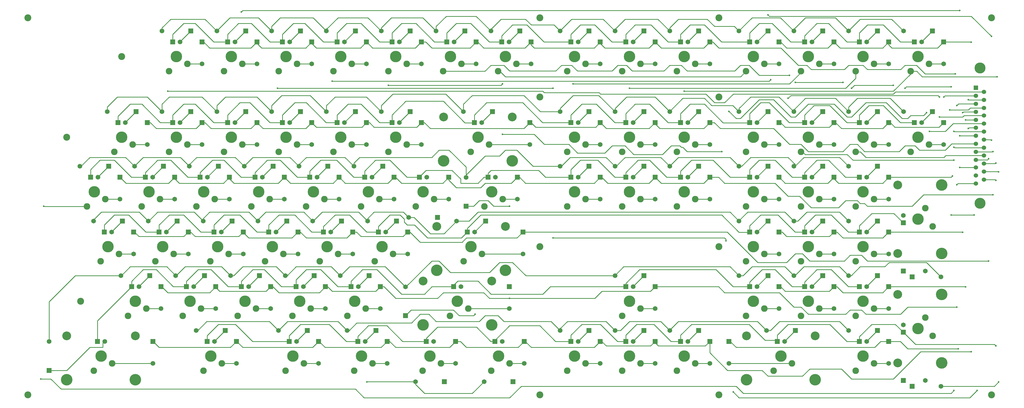
<source format=gbr>
G04 #@! TF.FileFunction,Copper,L1,Top,Signal*
%FSLAX46Y46*%
G04 Gerber Fmt 4.6, Leading zero omitted, Abs format (unit mm)*
G04 Created by KiCad (PCBNEW 4.0.7) date 01/14/18 03:39:09*
%MOMM*%
%LPD*%
G01*
G04 APERTURE LIST*
%ADD10C,0.100000*%
%ADD11C,2.286000*%
%ADD12C,3.987800*%
%ADD13C,1.651000*%
%ADD14R,1.651000X1.651000*%
%ADD15C,4.000000*%
%ADD16C,3.050000*%
%ADD17C,3.810000*%
%ADD18R,1.524000X1.524000*%
%ADD19C,1.524000*%
%ADD20C,2.400000*%
%ADD21C,0.600000*%
%ADD22C,0.250000*%
G04 APERTURE END LIST*
D10*
D11*
X156960000Y-50080000D03*
X163310000Y-47540000D03*
D12*
X159500000Y-45000000D03*
D13*
X177500000Y-47540000D03*
D14*
X177500000Y-39920000D03*
D13*
X160770000Y-39920000D03*
D14*
X158230000Y-39920000D03*
X164500000Y-36110000D03*
D13*
X154500000Y-36110000D03*
D15*
X171400000Y-53240000D03*
D16*
X171400000Y-38000000D03*
D15*
X147600000Y-53240000D03*
D16*
X147600000Y-38000000D03*
D17*
X333500000Y-67995000D03*
X333500000Y-21005000D03*
D18*
X332103000Y-27863000D03*
D19*
X332103000Y-30657000D03*
X332103000Y-33451000D03*
X332103000Y-36245000D03*
X332103000Y-39039000D03*
X332103000Y-41706000D03*
X332103000Y-44500000D03*
X332103000Y-47294000D03*
X332103000Y-50088000D03*
X332103000Y-52882000D03*
X332103000Y-55549000D03*
X332103000Y-58343000D03*
X332103000Y-61137000D03*
X334897000Y-29260000D03*
X334897000Y-32054000D03*
X334897000Y-34848000D03*
X334897000Y-37515000D03*
X334897000Y-40309000D03*
X334897000Y-43103000D03*
X334897000Y-45897000D03*
X334897000Y-48691000D03*
X334897000Y-51358000D03*
X334897000Y-54152000D03*
X334897000Y-56946000D03*
X334897000Y-59740000D03*
D11*
X190460000Y-69080000D03*
X196810000Y-66540000D03*
D12*
X193000000Y-64000000D03*
D13*
X201890000Y-66540000D03*
D14*
X201890000Y-58920000D03*
D13*
X194270000Y-58920000D03*
D14*
X191730000Y-58920000D03*
X198000000Y-55110000D03*
D13*
X188000000Y-55110000D03*
D11*
X209460000Y-126080000D03*
X215810000Y-123540000D03*
D12*
X212000000Y-121000000D03*
D13*
X220890000Y-123540000D03*
D14*
X220890000Y-115920000D03*
D13*
X213270000Y-115920000D03*
D14*
X210730000Y-115920000D03*
X217000000Y-112110000D03*
D13*
X207000000Y-112110000D03*
D11*
X209460000Y-69080000D03*
X215810000Y-66540000D03*
D12*
X212000000Y-64000000D03*
D13*
X220890000Y-66540000D03*
D14*
X220890000Y-58920000D03*
D13*
X213270000Y-58920000D03*
D14*
X210730000Y-58920000D03*
X217000000Y-55110000D03*
D13*
X207000000Y-55110000D03*
D11*
X154585000Y-88080000D03*
X160935000Y-85540000D03*
D12*
X157125000Y-83000000D03*
D13*
X175125000Y-85540000D03*
D14*
X175125000Y-77920000D03*
D13*
X158395000Y-77920000D03*
D14*
X155855000Y-77920000D03*
X162125000Y-74110000D03*
D13*
X152125000Y-74110000D03*
D15*
X169025000Y-91240000D03*
D16*
X169025000Y-76000000D03*
D15*
X145225000Y-91240000D03*
D16*
X145225000Y-76000000D03*
D11*
X52460000Y-22080000D03*
X58810000Y-19540000D03*
D12*
X55000000Y-17000000D03*
D13*
X63890000Y-19540000D03*
D14*
X63890000Y-11920000D03*
D13*
X56270000Y-11920000D03*
D14*
X53730000Y-11920000D03*
X60000000Y-8110000D03*
D13*
X50000000Y-8110000D03*
D11*
X71460000Y-22080000D03*
X77810000Y-19540000D03*
D12*
X74000000Y-17000000D03*
D13*
X82890000Y-19540000D03*
D14*
X82890000Y-11920000D03*
D13*
X75270000Y-11920000D03*
D14*
X72730000Y-11920000D03*
X79000000Y-8110000D03*
D13*
X69000000Y-8110000D03*
D11*
X90460000Y-22080000D03*
X96810000Y-19540000D03*
D12*
X93000000Y-17000000D03*
D13*
X101890000Y-19540000D03*
D14*
X101890000Y-11920000D03*
D13*
X94270000Y-11920000D03*
D14*
X91730000Y-11920000D03*
X98000000Y-8110000D03*
D13*
X88000000Y-8110000D03*
D11*
X109460000Y-22080000D03*
X115810000Y-19540000D03*
D12*
X112000000Y-17000000D03*
D13*
X120890000Y-19540000D03*
D14*
X120890000Y-11920000D03*
D13*
X113270000Y-11920000D03*
D14*
X110730000Y-11920000D03*
X117000000Y-8110000D03*
D13*
X107000000Y-8110000D03*
D11*
X128460000Y-22080000D03*
X134810000Y-19540000D03*
D12*
X131000000Y-17000000D03*
D13*
X139890000Y-19540000D03*
D14*
X139890000Y-11920000D03*
D13*
X132270000Y-11920000D03*
D14*
X129730000Y-11920000D03*
X136000000Y-8110000D03*
D13*
X126000000Y-8110000D03*
D11*
X147460000Y-22080000D03*
X153810000Y-19540000D03*
D12*
X150000000Y-17000000D03*
D13*
X158890000Y-19540000D03*
D14*
X158890000Y-11920000D03*
D13*
X151270000Y-11920000D03*
D14*
X148730000Y-11920000D03*
X155000000Y-8110000D03*
D13*
X145000000Y-8110000D03*
D11*
X166460000Y-22080000D03*
X172810000Y-19540000D03*
D12*
X169000000Y-17000000D03*
D13*
X177890000Y-19540000D03*
D14*
X177890000Y-11920000D03*
D13*
X170270000Y-11920000D03*
D14*
X167730000Y-11920000D03*
X174000000Y-8110000D03*
D13*
X164000000Y-8110000D03*
D11*
X209460000Y-50080000D03*
X215810000Y-47540000D03*
D12*
X212000000Y-45000000D03*
D13*
X220890000Y-47540000D03*
D14*
X220890000Y-39920000D03*
D13*
X213270000Y-39920000D03*
D14*
X210730000Y-39920000D03*
X217000000Y-36110000D03*
D13*
X207000000Y-36110000D03*
D11*
X190460000Y-50080000D03*
X196810000Y-47540000D03*
D12*
X193000000Y-45000000D03*
D13*
X201890000Y-47540000D03*
D14*
X201890000Y-39920000D03*
D13*
X194270000Y-39920000D03*
D14*
X191730000Y-39920000D03*
X198000000Y-36110000D03*
D13*
X188000000Y-36110000D03*
D11*
X90460000Y-50080000D03*
X96810000Y-47540000D03*
D12*
X93000000Y-45000000D03*
D13*
X101890000Y-47540000D03*
D14*
X101890000Y-39920000D03*
D13*
X94270000Y-39920000D03*
D14*
X91730000Y-39920000D03*
X98000000Y-36110000D03*
D13*
X88000000Y-36110000D03*
D11*
X33460000Y-50080000D03*
X39810000Y-47540000D03*
D12*
X36000000Y-45000000D03*
D13*
X44890000Y-47540000D03*
D14*
X44890000Y-39920000D03*
D13*
X37270000Y-39920000D03*
D14*
X34730000Y-39920000D03*
X41000000Y-36110000D03*
D13*
X31000000Y-36110000D03*
D11*
X52460000Y-50080000D03*
X58810000Y-47540000D03*
D12*
X55000000Y-45000000D03*
D13*
X63890000Y-47540000D03*
D14*
X63890000Y-39920000D03*
D13*
X56270000Y-39920000D03*
D14*
X53730000Y-39920000D03*
X60000000Y-36110000D03*
D13*
X50000000Y-36110000D03*
D11*
X71460000Y-50080000D03*
X77810000Y-47540000D03*
D12*
X74000000Y-45000000D03*
D13*
X82890000Y-47540000D03*
D14*
X82890000Y-39920000D03*
D13*
X75270000Y-39920000D03*
D14*
X72730000Y-39920000D03*
X79000000Y-36110000D03*
D13*
X69000000Y-36110000D03*
D11*
X161710000Y-69080000D03*
X168060000Y-66540000D03*
D12*
X164250000Y-64000000D03*
D13*
X173140000Y-66540000D03*
D14*
X173140000Y-58920000D03*
D13*
X165520000Y-58920000D03*
D14*
X162980000Y-58920000D03*
X155360000Y-69000000D03*
D13*
X155360000Y-59000000D03*
D11*
X76210000Y-107080000D03*
X82560000Y-104540000D03*
D12*
X78750000Y-102000000D03*
D13*
X87640000Y-104540000D03*
D14*
X87640000Y-96920000D03*
D13*
X80020000Y-96920000D03*
D14*
X77480000Y-96920000D03*
X83750000Y-93110000D03*
D13*
X73750000Y-93110000D03*
D11*
X128460000Y-50080000D03*
X134810000Y-47540000D03*
D12*
X131000000Y-45000000D03*
D13*
X139890000Y-47540000D03*
D14*
X139890000Y-39920000D03*
D13*
X132270000Y-39920000D03*
D14*
X129730000Y-39920000D03*
X136000000Y-36110000D03*
D13*
X126000000Y-36110000D03*
D11*
X114210000Y-107080000D03*
X120560000Y-104540000D03*
D12*
X116750000Y-102000000D03*
D13*
X125640000Y-104540000D03*
D14*
X125640000Y-96920000D03*
D13*
X118020000Y-96920000D03*
D14*
X115480000Y-96920000D03*
X121750000Y-93110000D03*
D13*
X111750000Y-93110000D03*
D11*
X28710000Y-88080000D03*
X35060000Y-85540000D03*
D12*
X31250000Y-83000000D03*
D13*
X40140000Y-85540000D03*
D14*
X40140000Y-77920000D03*
D13*
X32520000Y-77920000D03*
D14*
X29980000Y-77920000D03*
X36250000Y-74110000D03*
D13*
X26250000Y-74110000D03*
D11*
X61960000Y-69080000D03*
X68310000Y-66540000D03*
D12*
X64500000Y-64000000D03*
D13*
X73390000Y-66540000D03*
D14*
X73390000Y-58920000D03*
D13*
X65770000Y-58920000D03*
D14*
X63230000Y-58920000D03*
X69500000Y-55110000D03*
D13*
X59500000Y-55110000D03*
D11*
X47710000Y-88080000D03*
X54060000Y-85540000D03*
D12*
X50250000Y-83000000D03*
D13*
X59140000Y-85540000D03*
D14*
X59140000Y-77920000D03*
D13*
X51520000Y-77920000D03*
D14*
X48980000Y-77920000D03*
X55250000Y-74110000D03*
D13*
X45250000Y-74110000D03*
D11*
X66710000Y-88080000D03*
X73060000Y-85540000D03*
D12*
X69250000Y-83000000D03*
D13*
X78140000Y-85540000D03*
D14*
X78140000Y-77920000D03*
D13*
X70520000Y-77920000D03*
D14*
X67980000Y-77920000D03*
X74250000Y-74110000D03*
D13*
X64250000Y-74110000D03*
D11*
X85710000Y-88080000D03*
X92060000Y-85540000D03*
D12*
X88250000Y-83000000D03*
D13*
X97140000Y-85540000D03*
D14*
X97140000Y-77920000D03*
D13*
X89520000Y-77920000D03*
D14*
X86980000Y-77920000D03*
X93250000Y-74110000D03*
D13*
X83250000Y-74110000D03*
D11*
X118960000Y-69080000D03*
X125310000Y-66540000D03*
D12*
X121500000Y-64000000D03*
D13*
X130390000Y-66540000D03*
D14*
X130390000Y-58920000D03*
D13*
X122770000Y-58920000D03*
D14*
X120230000Y-58920000D03*
X126500000Y-55110000D03*
D13*
X116500000Y-55110000D03*
D11*
X57210000Y-107080000D03*
X63560000Y-104540000D03*
D12*
X59750000Y-102000000D03*
D13*
X68640000Y-104540000D03*
D14*
X68640000Y-96920000D03*
D13*
X61020000Y-96920000D03*
D14*
X58480000Y-96920000D03*
X64750000Y-93110000D03*
D13*
X54750000Y-93110000D03*
D11*
X109460000Y-50080000D03*
X115810000Y-47540000D03*
D12*
X112000000Y-45000000D03*
D13*
X120890000Y-47540000D03*
D14*
X120890000Y-39920000D03*
D13*
X113270000Y-39920000D03*
D14*
X110730000Y-39920000D03*
X117000000Y-36110000D03*
D13*
X107000000Y-36110000D03*
D11*
X38210000Y-107080000D03*
X44560000Y-104540000D03*
D12*
X40750000Y-102000000D03*
D13*
X49640000Y-104540000D03*
D14*
X49640000Y-96920000D03*
D13*
X42020000Y-96920000D03*
D14*
X39480000Y-96920000D03*
X45750000Y-93110000D03*
D13*
X35750000Y-93110000D03*
D11*
X80960000Y-69080000D03*
X87310000Y-66540000D03*
D12*
X83500000Y-64000000D03*
D13*
X92390000Y-66540000D03*
D14*
X92390000Y-58920000D03*
D13*
X84770000Y-58920000D03*
D14*
X82230000Y-58920000D03*
X88500000Y-55110000D03*
D13*
X78500000Y-55110000D03*
D11*
X99960000Y-69080000D03*
X106310000Y-66540000D03*
D12*
X102500000Y-64000000D03*
D13*
X111390000Y-66540000D03*
D14*
X111390000Y-58920000D03*
D13*
X103770000Y-58920000D03*
D14*
X101230000Y-58920000D03*
X107500000Y-55110000D03*
D13*
X97500000Y-55110000D03*
D11*
X95210000Y-107080000D03*
X101560000Y-104540000D03*
D12*
X97750000Y-102000000D03*
D13*
X106640000Y-104540000D03*
D14*
X106640000Y-96920000D03*
D13*
X99020000Y-96920000D03*
D14*
X96480000Y-96920000D03*
X102750000Y-93110000D03*
D13*
X92750000Y-93110000D03*
D11*
X123710000Y-88080000D03*
X130060000Y-85540000D03*
D12*
X126250000Y-83000000D03*
D13*
X135140000Y-85540000D03*
D14*
X135140000Y-77920000D03*
D13*
X127520000Y-77920000D03*
D14*
X124980000Y-77920000D03*
X131250000Y-74110000D03*
D13*
X121250000Y-74110000D03*
D11*
X137960000Y-69080000D03*
X144310000Y-66540000D03*
D12*
X140500000Y-64000000D03*
D13*
X149390000Y-66540000D03*
D14*
X149390000Y-58920000D03*
D13*
X141770000Y-58920000D03*
D14*
X139230000Y-58920000D03*
X145500000Y-72890000D03*
D13*
X135500000Y-72890000D03*
D11*
X104710000Y-88080000D03*
X111060000Y-85540000D03*
D12*
X107250000Y-83000000D03*
D13*
X116140000Y-85540000D03*
D14*
X116140000Y-77920000D03*
D13*
X108520000Y-77920000D03*
D14*
X105980000Y-77920000D03*
X112250000Y-74110000D03*
D13*
X102250000Y-74110000D03*
D11*
X42960000Y-69080000D03*
X49310000Y-66540000D03*
D12*
X45500000Y-64000000D03*
D13*
X54390000Y-66540000D03*
D14*
X54390000Y-58920000D03*
D13*
X46770000Y-58920000D03*
D14*
X44230000Y-58920000D03*
X50500000Y-55110000D03*
D13*
X40500000Y-55110000D03*
D11*
X23960000Y-69080000D03*
X30310000Y-66540000D03*
D12*
X26500000Y-64000000D03*
D13*
X35390000Y-66540000D03*
D14*
X35390000Y-58920000D03*
D13*
X27770000Y-58920000D03*
D14*
X25230000Y-58920000D03*
X31500000Y-55110000D03*
D13*
X21500000Y-55110000D03*
D11*
X190460000Y-126080000D03*
X196810000Y-123540000D03*
D12*
X193000000Y-121000000D03*
D13*
X201890000Y-123540000D03*
D14*
X201890000Y-115920000D03*
D13*
X194270000Y-115920000D03*
D14*
X191730000Y-115920000D03*
X198000000Y-112110000D03*
D13*
X188000000Y-112110000D03*
D11*
X252460000Y-22080000D03*
X258810000Y-19540000D03*
D12*
X255000000Y-17000000D03*
D13*
X263890000Y-19540000D03*
D14*
X263890000Y-11920000D03*
D13*
X256270000Y-11920000D03*
D14*
X253730000Y-11920000D03*
X260000000Y-8110000D03*
D13*
X250000000Y-8110000D03*
D11*
X271460000Y-22080000D03*
X277810000Y-19540000D03*
D12*
X274000000Y-17000000D03*
D13*
X282890000Y-19540000D03*
D14*
X282890000Y-11920000D03*
D13*
X275270000Y-11920000D03*
D14*
X272730000Y-11920000D03*
X279000000Y-8110000D03*
D13*
X269000000Y-8110000D03*
D11*
X290460000Y-22080000D03*
X296810000Y-19540000D03*
D12*
X293000000Y-17000000D03*
D13*
X301890000Y-19540000D03*
D14*
X301890000Y-11920000D03*
D13*
X294270000Y-11920000D03*
D14*
X291730000Y-11920000D03*
X298000000Y-8110000D03*
D13*
X288000000Y-8110000D03*
D11*
X309460000Y-22080000D03*
X315810000Y-19540000D03*
D12*
X312000000Y-17000000D03*
D13*
X320890000Y-19540000D03*
D14*
X320890000Y-11920000D03*
D13*
X313270000Y-11920000D03*
D14*
X310730000Y-11920000D03*
X317000000Y-8110000D03*
D13*
X307000000Y-8110000D03*
D11*
X261960000Y-126080000D03*
X268310000Y-123540000D03*
D12*
X264500000Y-121000000D03*
D13*
X246500000Y-123540000D03*
D14*
X246500000Y-115920000D03*
D13*
X265770000Y-115920000D03*
D14*
X263230000Y-115920000D03*
X269500000Y-112110000D03*
D13*
X259500000Y-112110000D03*
D15*
X276400000Y-129240000D03*
D16*
X276400000Y-114000000D03*
D15*
X252600000Y-129240000D03*
D16*
X252600000Y-114000000D03*
D11*
X252460000Y-107080000D03*
X258810000Y-104540000D03*
D12*
X255000000Y-102000000D03*
D13*
X263890000Y-104540000D03*
D14*
X263890000Y-96920000D03*
D13*
X256270000Y-96920000D03*
D14*
X253730000Y-96920000D03*
X260000000Y-93110000D03*
D13*
X250000000Y-93110000D03*
D11*
X271460000Y-107080000D03*
X277810000Y-104540000D03*
D12*
X274000000Y-102000000D03*
D13*
X282890000Y-104540000D03*
D14*
X282890000Y-96920000D03*
D13*
X275270000Y-96920000D03*
D14*
X272730000Y-96920000D03*
X279000000Y-93110000D03*
D13*
X269000000Y-93110000D03*
D11*
X290460000Y-107080000D03*
X296810000Y-104540000D03*
D12*
X293000000Y-102000000D03*
D13*
X301890000Y-104540000D03*
D14*
X301890000Y-96920000D03*
D13*
X294270000Y-96920000D03*
D14*
X291730000Y-96920000D03*
X298000000Y-93110000D03*
D13*
X288000000Y-93110000D03*
D11*
X252460000Y-88080000D03*
X258810000Y-85540000D03*
D12*
X255000000Y-83000000D03*
D13*
X263890000Y-85540000D03*
D14*
X263890000Y-77920000D03*
D13*
X256270000Y-77920000D03*
D14*
X253730000Y-77920000D03*
X260000000Y-74110000D03*
D13*
X250000000Y-74110000D03*
D11*
X271460000Y-88080000D03*
X277810000Y-85540000D03*
D12*
X274000000Y-83000000D03*
D13*
X282890000Y-85540000D03*
D14*
X282890000Y-77920000D03*
D13*
X275270000Y-77920000D03*
D14*
X272730000Y-77920000D03*
X279000000Y-74110000D03*
D13*
X269000000Y-74110000D03*
D11*
X290460000Y-88080000D03*
X296810000Y-85540000D03*
D12*
X293000000Y-83000000D03*
D13*
X301890000Y-85540000D03*
D14*
X301890000Y-77920000D03*
D13*
X294270000Y-77920000D03*
D14*
X291730000Y-77920000D03*
X298000000Y-74110000D03*
D13*
X288000000Y-74110000D03*
D11*
X252460000Y-69080000D03*
X258810000Y-66540000D03*
D12*
X255000000Y-64000000D03*
D13*
X263890000Y-66540000D03*
D14*
X263890000Y-58920000D03*
D13*
X256270000Y-58920000D03*
D14*
X253730000Y-58920000D03*
X260000000Y-55110000D03*
D13*
X250000000Y-55110000D03*
D11*
X271460000Y-69080000D03*
X277810000Y-66540000D03*
D12*
X274000000Y-64000000D03*
D13*
X282890000Y-66540000D03*
D14*
X282890000Y-58920000D03*
D13*
X275270000Y-58920000D03*
D14*
X272730000Y-58920000D03*
X279000000Y-55110000D03*
D13*
X269000000Y-55110000D03*
D11*
X290460000Y-69080000D03*
X296810000Y-66540000D03*
D12*
X293000000Y-64000000D03*
D13*
X301890000Y-66540000D03*
D14*
X301890000Y-58920000D03*
D13*
X294270000Y-58920000D03*
D14*
X291730000Y-58920000D03*
X298000000Y-55110000D03*
D13*
X288000000Y-55110000D03*
D11*
X290460000Y-50080000D03*
X296810000Y-47540000D03*
D12*
X293000000Y-45000000D03*
D13*
X301890000Y-47540000D03*
D14*
X301890000Y-39920000D03*
D13*
X294270000Y-39920000D03*
D14*
X291730000Y-39920000D03*
X298000000Y-36110000D03*
D13*
X288000000Y-36110000D03*
D11*
X317080000Y-114040000D03*
X314540000Y-107690000D03*
D12*
X312000000Y-111500000D03*
D13*
X314540000Y-129500000D03*
D14*
X306920000Y-129500000D03*
D13*
X306920000Y-110230000D03*
D14*
X306920000Y-112770000D03*
X310000000Y-131500000D03*
D13*
X320000000Y-131500000D03*
D15*
X320240000Y-99600000D03*
D16*
X305000000Y-99600000D03*
D15*
X320240000Y-123400000D03*
D16*
X305000000Y-123400000D03*
D11*
X252460000Y-50080000D03*
X258810000Y-47540000D03*
D12*
X255000000Y-45000000D03*
D13*
X263890000Y-47540000D03*
D14*
X263890000Y-39920000D03*
D13*
X256270000Y-39920000D03*
D14*
X253730000Y-39920000D03*
X260000000Y-36110000D03*
D13*
X250000000Y-36110000D03*
D11*
X309460000Y-50080000D03*
X315810000Y-47540000D03*
D12*
X312000000Y-45000000D03*
D13*
X320890000Y-47540000D03*
D14*
X320890000Y-39920000D03*
D13*
X313270000Y-39920000D03*
D14*
X310730000Y-39920000D03*
X317000000Y-36110000D03*
D13*
X307000000Y-36110000D03*
D11*
X290460000Y-126080000D03*
X296810000Y-123540000D03*
D12*
X293000000Y-121000000D03*
D13*
X301890000Y-123540000D03*
D14*
X301890000Y-115920000D03*
D13*
X294270000Y-115920000D03*
D14*
X291730000Y-115920000D03*
X298000000Y-112110000D03*
D13*
X288000000Y-112110000D03*
D11*
X317080000Y-76040000D03*
X314540000Y-69690000D03*
D12*
X312000000Y-73500000D03*
D13*
X314540000Y-91500000D03*
D14*
X306920000Y-91500000D03*
D13*
X306920000Y-72230000D03*
D14*
X306920000Y-74770000D03*
X310000000Y-93500000D03*
D13*
X320000000Y-93500000D03*
D15*
X320240000Y-61600000D03*
D16*
X305000000Y-61600000D03*
D15*
X320240000Y-85400000D03*
D16*
X305000000Y-85400000D03*
D11*
X271460000Y-50080000D03*
X277810000Y-47540000D03*
D12*
X274000000Y-45000000D03*
D13*
X282890000Y-47540000D03*
D14*
X282890000Y-39920000D03*
D13*
X275270000Y-39920000D03*
D14*
X272730000Y-39920000D03*
X279000000Y-36110000D03*
D13*
X269000000Y-36110000D03*
D11*
X228460000Y-69080000D03*
X234810000Y-66540000D03*
D12*
X231000000Y-64000000D03*
D13*
X239890000Y-66540000D03*
D14*
X239890000Y-58920000D03*
D13*
X232270000Y-58920000D03*
D14*
X229730000Y-58920000D03*
X236000000Y-55110000D03*
D13*
X226000000Y-55110000D03*
D11*
X228460000Y-50080000D03*
X234810000Y-47540000D03*
D12*
X231000000Y-45000000D03*
D13*
X239890000Y-47540000D03*
D14*
X239890000Y-39920000D03*
D13*
X232270000Y-39920000D03*
D14*
X229730000Y-39920000D03*
X236000000Y-36110000D03*
D13*
X226000000Y-36110000D03*
D11*
X228460000Y-22080000D03*
X234810000Y-19540000D03*
D12*
X231000000Y-17000000D03*
D13*
X239890000Y-19540000D03*
D14*
X239890000Y-11920000D03*
D13*
X232270000Y-11920000D03*
D14*
X229730000Y-11920000D03*
X236000000Y-8110000D03*
D13*
X226000000Y-8110000D03*
D11*
X190460000Y-22080000D03*
X196810000Y-19540000D03*
D12*
X193000000Y-17000000D03*
D13*
X201890000Y-19540000D03*
D14*
X201890000Y-11920000D03*
D13*
X194270000Y-11920000D03*
D14*
X191730000Y-11920000D03*
X198000000Y-8110000D03*
D13*
X188000000Y-8110000D03*
D11*
X228460000Y-126080000D03*
X234810000Y-123540000D03*
D12*
X231000000Y-121000000D03*
D13*
X239890000Y-123540000D03*
D14*
X239890000Y-115920000D03*
D13*
X232270000Y-115920000D03*
D14*
X229730000Y-115920000D03*
X236000000Y-112110000D03*
D13*
X226000000Y-112110000D03*
D11*
X92835000Y-126080000D03*
X99185000Y-123540000D03*
D12*
X95375000Y-121000000D03*
D13*
X104265000Y-123540000D03*
D14*
X104265000Y-115920000D03*
D13*
X96645000Y-115920000D03*
D14*
X94105000Y-115920000D03*
X100375000Y-112110000D03*
D13*
X90375000Y-112110000D03*
D11*
X164085000Y-126080000D03*
X170435000Y-123540000D03*
D12*
X166625000Y-121000000D03*
D13*
X175515000Y-123540000D03*
D14*
X175515000Y-115920000D03*
D13*
X167895000Y-115920000D03*
D14*
X165355000Y-115920000D03*
X171625000Y-129890000D03*
D13*
X161625000Y-129890000D03*
D11*
X64335000Y-126080000D03*
X70685000Y-123540000D03*
D12*
X66875000Y-121000000D03*
D13*
X75765000Y-123540000D03*
D14*
X75765000Y-115920000D03*
D13*
X68145000Y-115920000D03*
D14*
X65605000Y-115920000D03*
X71875000Y-112110000D03*
D13*
X61875000Y-112110000D03*
D11*
X140335000Y-126080000D03*
X146685000Y-123540000D03*
D12*
X142875000Y-121000000D03*
D13*
X151765000Y-123540000D03*
D14*
X151765000Y-115920000D03*
D13*
X144145000Y-115920000D03*
D14*
X141605000Y-115920000D03*
X147875000Y-129890000D03*
D13*
X137875000Y-129890000D03*
D11*
X149835000Y-107080000D03*
X156185000Y-104540000D03*
D12*
X152375000Y-102000000D03*
D13*
X170375000Y-104540000D03*
D14*
X170375000Y-96920000D03*
D13*
X153645000Y-96920000D03*
D14*
X151105000Y-96920000D03*
X134375000Y-107000000D03*
D13*
X134375000Y-97000000D03*
D15*
X164275000Y-110240000D03*
D16*
X164275000Y-95000000D03*
D15*
X140475000Y-110240000D03*
D16*
X140475000Y-95000000D03*
D11*
X26335000Y-126080000D03*
X32685000Y-123540000D03*
D12*
X28875000Y-121000000D03*
D13*
X46875000Y-123540000D03*
D14*
X46875000Y-115920000D03*
D13*
X30145000Y-115920000D03*
D14*
X27605000Y-115920000D03*
X10875000Y-126000000D03*
D13*
X10875000Y-116000000D03*
D15*
X40775000Y-129240000D03*
D16*
X40775000Y-114000000D03*
D15*
X16975000Y-129240000D03*
D16*
X16975000Y-114000000D03*
D11*
X116585000Y-126080000D03*
X122935000Y-123540000D03*
D12*
X119125000Y-121000000D03*
D13*
X128015000Y-123540000D03*
D14*
X128015000Y-115920000D03*
D13*
X120395000Y-115920000D03*
D14*
X117855000Y-115920000D03*
X124125000Y-112110000D03*
D13*
X114125000Y-112110000D03*
D11*
X209460000Y-22080000D03*
X215810000Y-19540000D03*
D12*
X212000000Y-17000000D03*
D13*
X220890000Y-19540000D03*
D14*
X220890000Y-11920000D03*
D13*
X213270000Y-11920000D03*
D14*
X210730000Y-11920000D03*
X217000000Y-8110000D03*
D13*
X207000000Y-8110000D03*
D11*
X209460000Y-107080000D03*
X215810000Y-104540000D03*
D12*
X212000000Y-102000000D03*
D13*
X220890000Y-104540000D03*
D14*
X220890000Y-96920000D03*
D13*
X213270000Y-96920000D03*
D14*
X210730000Y-96920000D03*
X217000000Y-93110000D03*
D13*
X207000000Y-93110000D03*
D20*
X3500000Y-3500000D03*
X3500000Y-134500000D03*
X337500000Y-3500000D03*
X337500000Y-134500000D03*
X36000000Y-17000000D03*
X17000000Y-45000000D03*
X21750000Y-102000000D03*
X181000000Y-3500000D03*
X243000000Y-3500000D03*
X181000000Y-31000000D03*
X243000000Y-31000000D03*
X181000000Y-83000000D03*
X243000000Y-83000000D03*
X181000000Y-134500000D03*
X243000000Y-134500000D03*
D21*
X337500000Y-46000000D03*
X337500000Y-10000000D03*
X260000000Y-2500000D03*
X339000000Y-117500000D03*
X339000000Y-60000000D03*
X340000000Y-130000000D03*
X340000000Y-57000000D03*
X121000000Y-130000000D03*
X330500000Y-12000000D03*
X321000000Y-31000000D03*
X325500000Y-34000000D03*
X324000000Y-58500000D03*
X327500000Y-36500000D03*
X327500000Y-78000000D03*
X328500000Y-39000000D03*
X328500000Y-97000000D03*
X329500000Y-42000000D03*
X326000000Y-118500000D03*
X326500000Y-44500000D03*
X325000000Y-23000000D03*
X338000000Y-50000000D03*
X338000000Y-65000000D03*
X336500000Y-52500000D03*
X336500000Y-88000000D03*
X326500000Y-55500000D03*
X325500000Y-104000000D03*
X170500000Y-101000000D03*
X330500000Y-119500000D03*
X9000000Y-69000000D03*
X8000000Y-129000000D03*
X324500000Y-133000000D03*
X325500000Y-61500000D03*
X52000000Y-29000000D03*
X329500000Y-32000000D03*
X326500000Y-1000000D03*
X77500000Y-1500000D03*
X323000000Y-35500000D03*
X323500000Y-72000000D03*
X331500000Y-72000000D03*
X332500000Y-133000000D03*
X248000000Y-133500000D03*
X245500000Y-81000000D03*
X185500000Y-80000000D03*
X185500000Y-28000000D03*
X90000000Y-28000000D03*
X109000000Y-25500000D03*
X261000000Y-25000000D03*
X267000000Y-31500000D03*
X319500000Y-31000000D03*
X319500000Y-38000000D03*
X128500000Y-27000000D03*
X168000000Y-26500000D03*
X168000000Y-44000000D03*
X244000000Y-50000000D03*
X246500000Y-36000000D03*
X315000000Y-36500000D03*
X316000000Y-43000000D03*
X324500000Y-43000000D03*
X323500000Y-27500000D03*
X307500000Y-28000000D03*
X303500000Y-27000000D03*
X289000000Y-28000000D03*
X286000000Y-26000000D03*
X269500000Y-26000000D03*
X267500000Y-23500000D03*
X324500000Y-48500000D03*
X324500000Y-53000000D03*
X192500000Y-26500000D03*
X212000000Y-28000000D03*
X339000000Y-54000000D03*
X339500000Y-24000000D03*
X231000000Y-29000000D03*
X170500000Y-69000000D03*
X158500000Y-106500000D03*
D22*
X337397000Y-45897000D02*
X334897000Y-45897000D01*
X337500000Y-46000000D02*
X337397000Y-45897000D01*
X330500000Y-3000000D02*
X337500000Y-10000000D01*
X260500000Y-3000000D02*
X330500000Y-3000000D01*
X260000000Y-2500000D02*
X260500000Y-3000000D01*
X166460000Y-22080000D02*
X167080000Y-22080000D01*
X167080000Y-22080000D02*
X169000000Y-24000000D01*
X250540000Y-24000000D02*
X252460000Y-22080000D01*
X169000000Y-24000000D02*
X250540000Y-24000000D01*
X163310000Y-47540000D02*
X177500000Y-47540000D01*
X239890000Y-39920000D02*
X241420000Y-39920000D01*
X323706000Y-47294000D02*
X332103000Y-47294000D01*
X321500000Y-49500000D02*
X323706000Y-47294000D01*
X312500000Y-49500000D02*
X321500000Y-49500000D01*
X311000000Y-48000000D02*
X312500000Y-49500000D01*
X307500000Y-48000000D02*
X311000000Y-48000000D01*
X305500000Y-50000000D02*
X307500000Y-48000000D01*
X293500000Y-50000000D02*
X305500000Y-50000000D01*
X291000000Y-47500000D02*
X293500000Y-50000000D01*
X288500000Y-47500000D02*
X291000000Y-47500000D01*
X286000000Y-50000000D02*
X288500000Y-47500000D01*
X274000000Y-50000000D02*
X286000000Y-50000000D01*
X271500000Y-47500000D02*
X274000000Y-50000000D01*
X267500000Y-47500000D02*
X271500000Y-47500000D01*
X262000000Y-42000000D02*
X267500000Y-47500000D01*
X243500000Y-42000000D02*
X262000000Y-42000000D01*
X241420000Y-39920000D02*
X243500000Y-42000000D01*
X220890000Y-39920000D02*
X220890000Y-40390000D01*
X220890000Y-40390000D02*
X222500000Y-42000000D01*
X237810000Y-42000000D02*
X239890000Y-39920000D01*
X222500000Y-42000000D02*
X237810000Y-42000000D01*
X201890000Y-39920000D02*
X201920000Y-39920000D01*
X201920000Y-39920000D02*
X204000000Y-42000000D01*
X218810000Y-42000000D02*
X220890000Y-39920000D01*
X204000000Y-42000000D02*
X218810000Y-42000000D01*
X177500000Y-39920000D02*
X177920000Y-39920000D01*
X177920000Y-39920000D02*
X179500000Y-41500000D01*
X200310000Y-41500000D02*
X201890000Y-39920000D01*
X179500000Y-41500000D02*
X200310000Y-41500000D01*
X139890000Y-39920000D02*
X140920000Y-39920000D01*
X175420000Y-42000000D02*
X177500000Y-39920000D01*
X143000000Y-42000000D02*
X175420000Y-42000000D01*
X140920000Y-39920000D02*
X143000000Y-42000000D01*
X120890000Y-39920000D02*
X121920000Y-39920000D01*
X138310000Y-41500000D02*
X139890000Y-39920000D01*
X123500000Y-41500000D02*
X138310000Y-41500000D01*
X121920000Y-39920000D02*
X123500000Y-41500000D01*
X101890000Y-39920000D02*
X101920000Y-39920000D01*
X101920000Y-39920000D02*
X103500000Y-41500000D01*
X119310000Y-41500000D02*
X120890000Y-39920000D01*
X103500000Y-41500000D02*
X119310000Y-41500000D01*
X82890000Y-39920000D02*
X82920000Y-39920000D01*
X82920000Y-39920000D02*
X85000000Y-42000000D01*
X99810000Y-42000000D02*
X101890000Y-39920000D01*
X85000000Y-42000000D02*
X99810000Y-42000000D01*
X63890000Y-39920000D02*
X64920000Y-39920000D01*
X80810000Y-42000000D02*
X82890000Y-39920000D01*
X67000000Y-42000000D02*
X80810000Y-42000000D01*
X64920000Y-39920000D02*
X67000000Y-42000000D01*
X44890000Y-39920000D02*
X45920000Y-39920000D01*
X61810000Y-42000000D02*
X63890000Y-39920000D01*
X48000000Y-42000000D02*
X61810000Y-42000000D01*
X45920000Y-39920000D02*
X48000000Y-42000000D01*
X160770000Y-39920000D02*
X160770000Y-39840000D01*
X160770000Y-39840000D02*
X164500000Y-36110000D01*
X334897000Y-59740000D02*
X338740000Y-59740000D01*
X339000000Y-117500000D02*
X338500000Y-117000000D01*
X338500000Y-117000000D02*
X311150000Y-117000000D01*
X311150000Y-117000000D02*
X306920000Y-112770000D01*
X338740000Y-59740000D02*
X339000000Y-60000000D01*
X291730000Y-115920000D02*
X291730000Y-114270000D01*
X304150000Y-110000000D02*
X306920000Y-112770000D01*
X296000000Y-110000000D02*
X304150000Y-110000000D01*
X291730000Y-114270000D02*
X296000000Y-110000000D01*
X263230000Y-115920000D02*
X263230000Y-113770000D01*
X287420000Y-115920000D02*
X291730000Y-115920000D01*
X281500000Y-110000000D02*
X287420000Y-115920000D01*
X267000000Y-110000000D02*
X281500000Y-110000000D01*
X263230000Y-113770000D02*
X267000000Y-110000000D01*
X229730000Y-115920000D02*
X229730000Y-113770000D01*
X259000000Y-115500000D02*
X262810000Y-115500000D01*
X253500000Y-110000000D02*
X259000000Y-115500000D01*
X233500000Y-110000000D02*
X253500000Y-110000000D01*
X229730000Y-113770000D02*
X233500000Y-110000000D01*
X262810000Y-115500000D02*
X263230000Y-115920000D01*
X210730000Y-115920000D02*
X210730000Y-113770000D01*
X226420000Y-115920000D02*
X229730000Y-115920000D01*
X220500000Y-110000000D02*
X226420000Y-115920000D01*
X214500000Y-110000000D02*
X220500000Y-110000000D01*
X210730000Y-113770000D02*
X214500000Y-110000000D01*
X191730000Y-115920000D02*
X191730000Y-113770000D01*
X207920000Y-115920000D02*
X210730000Y-115920000D01*
X202000000Y-110000000D02*
X207920000Y-115920000D01*
X195500000Y-110000000D02*
X202000000Y-110000000D01*
X191730000Y-113770000D02*
X195500000Y-110000000D01*
X165355000Y-115920000D02*
X165355000Y-115645000D01*
X165355000Y-115645000D02*
X170500000Y-110500000D01*
X186420000Y-115920000D02*
X191730000Y-115920000D01*
X181000000Y-110500000D02*
X186420000Y-115920000D01*
X170500000Y-110500000D02*
X181000000Y-110500000D01*
X141605000Y-115920000D02*
X141605000Y-114895000D01*
X163920000Y-115920000D02*
X165355000Y-115920000D01*
X159000000Y-111000000D02*
X163920000Y-115920000D01*
X145500000Y-111000000D02*
X159000000Y-111000000D01*
X141605000Y-114895000D02*
X145500000Y-111000000D01*
X117855000Y-115920000D02*
X117855000Y-114145000D01*
X133420000Y-115920000D02*
X141605000Y-115920000D01*
X128000000Y-110500000D02*
X133420000Y-115920000D01*
X121500000Y-110500000D02*
X128000000Y-110500000D01*
X117855000Y-114145000D02*
X121500000Y-110500000D01*
X94105000Y-115920000D02*
X94105000Y-113895000D01*
X113920000Y-115920000D02*
X117855000Y-115920000D01*
X108000000Y-110000000D02*
X113920000Y-115920000D01*
X98000000Y-110000000D02*
X108000000Y-110000000D01*
X94105000Y-113895000D02*
X98000000Y-110000000D01*
X65605000Y-115920000D02*
X65605000Y-113895000D01*
X81420000Y-115920000D02*
X94105000Y-115920000D01*
X75500000Y-110000000D02*
X81420000Y-115920000D01*
X69500000Y-110000000D02*
X75500000Y-110000000D01*
X65605000Y-113895000D02*
X69500000Y-110000000D01*
X27605000Y-115920000D02*
X27605000Y-108795000D01*
X27605000Y-108795000D02*
X39480000Y-96920000D01*
X272730000Y-96920000D02*
X272730000Y-95270000D01*
X287920000Y-96920000D02*
X291730000Y-96920000D01*
X282000000Y-91000000D02*
X287920000Y-96920000D01*
X277000000Y-91000000D02*
X282000000Y-91000000D01*
X272730000Y-95270000D02*
X277000000Y-91000000D01*
X253730000Y-96920000D02*
X253730000Y-95270000D01*
X268420000Y-96920000D02*
X272730000Y-96920000D01*
X262500000Y-91000000D02*
X268420000Y-96920000D01*
X258000000Y-91000000D02*
X262500000Y-91000000D01*
X253730000Y-95270000D02*
X258000000Y-91000000D01*
X210730000Y-96920000D02*
X210730000Y-95770000D01*
X247920000Y-96920000D02*
X253730000Y-96920000D01*
X242000000Y-91000000D02*
X247920000Y-96920000D01*
X215500000Y-91000000D02*
X242000000Y-91000000D01*
X210730000Y-95770000D02*
X215500000Y-91000000D01*
X151105000Y-96920000D02*
X151105000Y-96395000D01*
X151105000Y-96395000D02*
X152500000Y-95000000D01*
X184580000Y-96920000D02*
X210730000Y-96920000D01*
X182000000Y-99500000D02*
X184580000Y-96920000D01*
X164000000Y-99500000D02*
X182000000Y-99500000D01*
X159500000Y-95000000D02*
X164000000Y-99500000D01*
X152500000Y-95000000D02*
X159500000Y-95000000D01*
X115480000Y-96920000D02*
X115480000Y-95020000D01*
X143580000Y-96920000D02*
X151105000Y-96920000D01*
X141000000Y-99500000D02*
X143580000Y-96920000D01*
X133000000Y-99500000D02*
X141000000Y-99500000D01*
X124500000Y-91000000D02*
X133000000Y-99500000D01*
X119500000Y-91000000D02*
X124500000Y-91000000D01*
X115480000Y-95020000D02*
X119500000Y-91000000D01*
X96480000Y-96920000D02*
X96480000Y-94520000D01*
X110920000Y-96920000D02*
X115480000Y-96920000D01*
X105000000Y-91000000D02*
X110920000Y-96920000D01*
X100000000Y-91000000D02*
X105000000Y-91000000D01*
X96480000Y-94520000D02*
X100000000Y-91000000D01*
X77480000Y-96920000D02*
X77480000Y-95020000D01*
X77480000Y-95020000D02*
X81500000Y-91000000D01*
X81500000Y-91000000D02*
X85500000Y-91000000D01*
X85500000Y-91000000D02*
X91420000Y-96920000D01*
X91420000Y-96920000D02*
X96480000Y-96920000D01*
X58480000Y-96920000D02*
X58480000Y-95020000D01*
X58480000Y-95020000D02*
X62500000Y-91000000D01*
X62500000Y-91000000D02*
X67000000Y-91000000D01*
X67000000Y-91000000D02*
X72920000Y-96920000D01*
X72920000Y-96920000D02*
X77480000Y-96920000D01*
X39480000Y-96920000D02*
X39480000Y-95020000D01*
X53920000Y-96920000D02*
X58480000Y-96920000D01*
X48000000Y-91000000D02*
X53920000Y-96920000D01*
X43500000Y-91000000D02*
X48000000Y-91000000D01*
X39480000Y-95020000D02*
X43500000Y-91000000D01*
X291730000Y-77920000D02*
X291730000Y-75770000D01*
X303650000Y-71500000D02*
X306920000Y-74770000D01*
X296000000Y-71500000D02*
X303650000Y-71500000D01*
X291730000Y-75770000D02*
X296000000Y-71500000D01*
X272730000Y-77920000D02*
X272730000Y-75770000D01*
X287920000Y-77920000D02*
X291730000Y-77920000D01*
X282000000Y-72000000D02*
X287920000Y-77920000D01*
X276500000Y-72000000D02*
X282000000Y-72000000D01*
X272730000Y-75770000D02*
X276500000Y-72000000D01*
X253730000Y-77920000D02*
X253730000Y-75770000D01*
X269420000Y-77920000D02*
X272730000Y-77920000D01*
X263500000Y-72000000D02*
X269420000Y-77920000D01*
X257500000Y-72000000D02*
X263500000Y-72000000D01*
X253730000Y-75770000D02*
X257500000Y-72000000D01*
X155855000Y-77920000D02*
X155855000Y-76645000D01*
X250000000Y-78000000D02*
X253650000Y-78000000D01*
X244000000Y-72000000D02*
X250000000Y-78000000D01*
X160500000Y-72000000D02*
X244000000Y-72000000D01*
X155855000Y-76645000D02*
X160500000Y-72000000D01*
X253650000Y-78000000D02*
X253730000Y-77920000D01*
X124980000Y-77920000D02*
X124980000Y-76020000D01*
X153775000Y-80000000D02*
X155855000Y-77920000D01*
X142000000Y-80000000D02*
X153775000Y-80000000D01*
X137500000Y-75500000D02*
X142000000Y-80000000D01*
X135000000Y-75500000D02*
X137500000Y-75500000D01*
X134000000Y-74500000D02*
X135000000Y-75500000D01*
X134000000Y-73500000D02*
X134000000Y-74500000D01*
X132500000Y-72000000D02*
X134000000Y-73500000D01*
X129000000Y-72000000D02*
X132500000Y-72000000D01*
X124980000Y-76020000D02*
X129000000Y-72000000D01*
X105980000Y-77920000D02*
X105980000Y-76020000D01*
X120920000Y-77920000D02*
X124980000Y-77920000D01*
X115000000Y-72000000D02*
X120920000Y-77920000D01*
X110000000Y-72000000D02*
X115000000Y-72000000D01*
X105980000Y-76020000D02*
X110000000Y-72000000D01*
X86980000Y-77920000D02*
X86980000Y-75520000D01*
X101920000Y-77920000D02*
X105980000Y-77920000D01*
X96000000Y-72000000D02*
X101920000Y-77920000D01*
X90500000Y-72000000D02*
X96000000Y-72000000D01*
X86980000Y-75520000D02*
X90500000Y-72000000D01*
X67980000Y-77920000D02*
X67980000Y-75520000D01*
X67980000Y-75520000D02*
X71500000Y-72000000D01*
X71500000Y-72000000D02*
X77000000Y-72000000D01*
X77000000Y-72000000D02*
X82920000Y-77920000D01*
X82920000Y-77920000D02*
X86980000Y-77920000D01*
X48980000Y-77920000D02*
X48980000Y-75520000D01*
X48980000Y-75520000D02*
X52500000Y-72000000D01*
X52500000Y-72000000D02*
X57500000Y-72000000D01*
X57500000Y-72000000D02*
X63420000Y-77920000D01*
X63420000Y-77920000D02*
X67980000Y-77920000D01*
X29980000Y-77920000D02*
X29980000Y-75520000D01*
X44420000Y-77920000D02*
X48980000Y-77920000D01*
X38500000Y-72000000D02*
X44420000Y-77920000D01*
X33500000Y-72000000D02*
X38500000Y-72000000D01*
X29980000Y-75520000D02*
X33500000Y-72000000D01*
X272730000Y-58920000D02*
X272730000Y-57270000D01*
X286920000Y-58920000D02*
X291730000Y-58920000D01*
X281000000Y-53000000D02*
X286920000Y-58920000D01*
X277000000Y-53000000D02*
X281000000Y-53000000D01*
X272730000Y-57270000D02*
X277000000Y-53000000D01*
X253730000Y-58920000D02*
X253730000Y-56270000D01*
X268420000Y-58920000D02*
X272730000Y-58920000D01*
X262500000Y-53000000D02*
X268420000Y-58920000D01*
X257000000Y-53000000D02*
X262500000Y-53000000D01*
X253730000Y-56270000D02*
X257000000Y-53000000D01*
X229730000Y-58920000D02*
X229730000Y-56770000D01*
X246920000Y-58920000D02*
X253730000Y-58920000D01*
X241000000Y-53000000D02*
X246920000Y-58920000D01*
X233500000Y-53000000D02*
X241000000Y-53000000D01*
X229730000Y-56770000D02*
X233500000Y-53000000D01*
X210730000Y-58920000D02*
X210730000Y-57270000D01*
X224920000Y-58920000D02*
X229730000Y-58920000D01*
X219000000Y-53000000D02*
X224920000Y-58920000D01*
X215000000Y-53000000D02*
X219000000Y-53000000D01*
X210730000Y-57270000D02*
X215000000Y-53000000D01*
X191730000Y-58920000D02*
X191730000Y-56270000D01*
X206920000Y-58920000D02*
X210730000Y-58920000D01*
X201000000Y-53000000D02*
X206920000Y-58920000D01*
X195000000Y-53000000D02*
X201000000Y-53000000D01*
X191730000Y-56270000D02*
X195000000Y-53000000D01*
X162980000Y-58920000D02*
X162980000Y-57520000D01*
X182920000Y-58920000D02*
X191730000Y-58920000D01*
X180500000Y-56500000D02*
X182920000Y-58920000D01*
X164000000Y-56500000D02*
X180500000Y-56500000D01*
X162980000Y-57520000D02*
X164000000Y-56500000D01*
X139230000Y-58920000D02*
X139230000Y-58770000D01*
X139230000Y-58770000D02*
X141500000Y-56500000D01*
X161580000Y-58920000D02*
X162980000Y-58920000D01*
X159500000Y-61000000D02*
X161580000Y-58920000D01*
X153500000Y-61000000D02*
X159500000Y-61000000D01*
X153500000Y-59500000D02*
X153500000Y-61000000D01*
X150500000Y-56500000D02*
X153500000Y-59500000D01*
X141500000Y-56500000D02*
X150500000Y-56500000D01*
X120230000Y-58920000D02*
X120230000Y-56770000D01*
X120230000Y-56770000D02*
X124000000Y-53000000D01*
X124000000Y-53000000D02*
X129000000Y-53000000D01*
X129000000Y-53000000D02*
X134920000Y-58920000D01*
X134920000Y-58920000D02*
X139230000Y-58920000D01*
X101230000Y-58920000D02*
X101230000Y-56770000D01*
X101230000Y-56770000D02*
X105000000Y-53000000D01*
X105000000Y-53000000D02*
X110500000Y-53000000D01*
X110500000Y-53000000D02*
X116420000Y-58920000D01*
X116420000Y-58920000D02*
X120230000Y-58920000D01*
X82230000Y-58920000D02*
X82230000Y-57270000D01*
X96920000Y-58920000D02*
X101230000Y-58920000D01*
X91000000Y-53000000D02*
X96920000Y-58920000D01*
X86500000Y-53000000D02*
X91000000Y-53000000D01*
X82230000Y-57270000D02*
X86500000Y-53000000D01*
X63230000Y-58920000D02*
X63230000Y-57270000D01*
X77420000Y-58920000D02*
X82230000Y-58920000D01*
X71500000Y-53000000D02*
X77420000Y-58920000D01*
X67500000Y-53000000D02*
X71500000Y-53000000D01*
X63230000Y-57270000D02*
X67500000Y-53000000D01*
X44230000Y-58920000D02*
X44230000Y-57270000D01*
X58920000Y-58920000D02*
X63230000Y-58920000D01*
X53000000Y-53000000D02*
X58920000Y-58920000D01*
X48500000Y-53000000D02*
X53000000Y-53000000D01*
X44230000Y-57270000D02*
X48500000Y-53000000D01*
X25230000Y-58920000D02*
X25230000Y-56270000D01*
X39420000Y-58920000D02*
X44230000Y-58920000D01*
X33500000Y-53000000D02*
X39420000Y-58920000D01*
X28500000Y-53000000D02*
X33500000Y-53000000D01*
X25230000Y-56270000D02*
X28500000Y-53000000D01*
X291730000Y-39920000D02*
X291730000Y-37270000D01*
X305920000Y-39920000D02*
X310730000Y-39920000D01*
X300000000Y-34000000D02*
X305920000Y-39920000D01*
X295000000Y-34000000D02*
X300000000Y-34000000D01*
X291730000Y-37270000D02*
X295000000Y-34000000D01*
X272730000Y-39920000D02*
X272730000Y-37270000D01*
X287420000Y-39920000D02*
X291730000Y-39920000D01*
X281500000Y-34000000D02*
X287420000Y-39920000D01*
X276000000Y-34000000D02*
X281500000Y-34000000D01*
X272730000Y-37270000D02*
X276000000Y-34000000D01*
X253730000Y-39920000D02*
X253730000Y-36770000D01*
X267420000Y-39920000D02*
X272730000Y-39920000D01*
X260500000Y-33000000D02*
X267420000Y-39920000D01*
X257500000Y-33000000D02*
X260500000Y-33000000D01*
X253730000Y-36770000D02*
X257500000Y-33000000D01*
X229730000Y-39920000D02*
X229730000Y-36770000D01*
X244500000Y-40000000D02*
X253650000Y-40000000D01*
X238000000Y-33500000D02*
X244500000Y-40000000D01*
X233000000Y-33500000D02*
X238000000Y-33500000D01*
X229730000Y-36770000D02*
X233000000Y-33500000D01*
X253650000Y-40000000D02*
X253730000Y-39920000D01*
X210730000Y-39920000D02*
X210730000Y-36770000D01*
X225420000Y-39920000D02*
X229730000Y-39920000D01*
X219000000Y-33500000D02*
X225420000Y-39920000D01*
X214000000Y-33500000D02*
X219000000Y-33500000D01*
X210730000Y-36770000D02*
X214000000Y-33500000D01*
X191730000Y-39920000D02*
X191730000Y-37270000D01*
X206920000Y-39920000D02*
X210730000Y-39920000D01*
X200500000Y-33500000D02*
X206920000Y-39920000D01*
X195500000Y-33500000D02*
X200500000Y-33500000D01*
X191730000Y-37270000D02*
X195500000Y-33500000D01*
X158230000Y-39920000D02*
X158230000Y-37270000D01*
X181920000Y-39920000D02*
X191730000Y-39920000D01*
X175000000Y-33000000D02*
X181920000Y-39920000D01*
X162500000Y-33000000D02*
X175000000Y-33000000D01*
X158230000Y-37270000D02*
X162500000Y-33000000D01*
X129730000Y-39920000D02*
X129730000Y-37270000D01*
X129730000Y-37270000D02*
X134500000Y-32500000D01*
X134500000Y-32500000D02*
X147500000Y-32500000D01*
X147500000Y-32500000D02*
X155000000Y-40000000D01*
X155000000Y-40000000D02*
X158150000Y-40000000D01*
X158150000Y-40000000D02*
X158230000Y-39920000D01*
X110730000Y-39920000D02*
X110730000Y-37270000D01*
X110730000Y-37270000D02*
X114500000Y-33500000D01*
X114500000Y-33500000D02*
X119000000Y-33500000D01*
X119000000Y-33500000D02*
X125420000Y-39920000D01*
X125420000Y-39920000D02*
X129730000Y-39920000D01*
X91730000Y-39920000D02*
X91730000Y-37270000D01*
X106920000Y-39920000D02*
X110730000Y-39920000D01*
X100000000Y-33000000D02*
X106920000Y-39920000D01*
X96000000Y-33000000D02*
X100000000Y-33000000D01*
X91730000Y-37270000D02*
X96000000Y-33000000D01*
X72730000Y-39920000D02*
X72730000Y-37270000D01*
X87420000Y-39920000D02*
X91730000Y-39920000D01*
X80500000Y-33000000D02*
X87420000Y-39920000D01*
X77000000Y-33000000D02*
X80500000Y-33000000D01*
X72730000Y-37270000D02*
X77000000Y-33000000D01*
X53730000Y-39920000D02*
X53730000Y-37270000D01*
X67920000Y-39920000D02*
X72730000Y-39920000D01*
X61500000Y-33500000D02*
X67920000Y-39920000D01*
X57500000Y-33500000D02*
X61500000Y-33500000D01*
X53730000Y-37270000D02*
X57500000Y-33500000D01*
X34730000Y-39920000D02*
X34730000Y-37770000D01*
X49420000Y-39920000D02*
X53730000Y-39920000D01*
X43000000Y-33500000D02*
X49420000Y-39920000D01*
X39000000Y-33500000D02*
X43000000Y-33500000D01*
X34730000Y-37770000D02*
X39000000Y-33500000D01*
X291730000Y-11920000D02*
X291730000Y-8770000D01*
X305920000Y-11920000D02*
X310730000Y-11920000D01*
X300000000Y-6000000D02*
X305920000Y-11920000D01*
X294500000Y-6000000D02*
X300000000Y-6000000D01*
X291730000Y-8770000D02*
X294500000Y-6000000D01*
X272730000Y-11920000D02*
X272730000Y-9770000D01*
X287420000Y-11920000D02*
X291730000Y-11920000D01*
X281000000Y-5500000D02*
X287420000Y-11920000D01*
X277000000Y-5500000D02*
X281000000Y-5500000D01*
X272730000Y-9770000D02*
X277000000Y-5500000D01*
X253730000Y-11920000D02*
X253730000Y-8770000D01*
X267920000Y-11920000D02*
X272730000Y-11920000D01*
X261500000Y-5500000D02*
X267920000Y-11920000D01*
X257000000Y-5500000D02*
X261500000Y-5500000D01*
X253730000Y-8770000D02*
X257000000Y-5500000D01*
X229730000Y-11920000D02*
X229730000Y-9270000D01*
X243920000Y-11920000D02*
X253730000Y-11920000D01*
X238000000Y-6000000D02*
X243920000Y-11920000D01*
X233000000Y-6000000D02*
X238000000Y-6000000D01*
X229730000Y-9270000D02*
X233000000Y-6000000D01*
X210730000Y-11920000D02*
X210730000Y-9270000D01*
X225420000Y-11920000D02*
X229730000Y-11920000D01*
X219500000Y-6000000D02*
X225420000Y-11920000D01*
X214000000Y-6000000D02*
X219500000Y-6000000D01*
X210730000Y-9270000D02*
X214000000Y-6000000D01*
X191730000Y-11920000D02*
X191730000Y-9270000D01*
X205920000Y-11920000D02*
X210730000Y-11920000D01*
X200000000Y-6000000D02*
X205920000Y-11920000D01*
X195000000Y-6000000D02*
X200000000Y-6000000D01*
X191730000Y-9270000D02*
X195000000Y-6000000D01*
X167730000Y-11920000D02*
X167730000Y-9770000D01*
X182420000Y-11920000D02*
X191730000Y-11920000D01*
X176500000Y-6000000D02*
X182420000Y-11920000D01*
X171500000Y-6000000D02*
X176500000Y-6000000D01*
X167730000Y-9770000D02*
X171500000Y-6000000D01*
X148730000Y-11920000D02*
X148730000Y-8770000D01*
X163420000Y-11920000D02*
X167730000Y-11920000D01*
X157000000Y-5500000D02*
X163420000Y-11920000D01*
X152000000Y-5500000D02*
X157000000Y-5500000D01*
X148730000Y-8770000D02*
X152000000Y-5500000D01*
X129730000Y-11920000D02*
X129730000Y-8770000D01*
X144420000Y-11920000D02*
X148730000Y-11920000D01*
X138000000Y-5500000D02*
X144420000Y-11920000D01*
X133000000Y-5500000D02*
X138000000Y-5500000D01*
X129730000Y-8770000D02*
X133000000Y-5500000D01*
X110730000Y-11920000D02*
X110730000Y-8770000D01*
X125420000Y-11920000D02*
X129730000Y-11920000D01*
X119000000Y-5500000D02*
X125420000Y-11920000D01*
X114000000Y-5500000D02*
X119000000Y-5500000D01*
X110730000Y-8770000D02*
X114000000Y-5500000D01*
X91730000Y-11920000D02*
X91730000Y-9270000D01*
X105920000Y-11920000D02*
X110730000Y-11920000D01*
X99500000Y-5500000D02*
X105920000Y-11920000D01*
X95500000Y-5500000D02*
X99500000Y-5500000D01*
X91730000Y-9270000D02*
X95500000Y-5500000D01*
X72730000Y-11920000D02*
X72730000Y-9270000D01*
X87420000Y-11920000D02*
X91730000Y-11920000D01*
X81000000Y-5500000D02*
X87420000Y-11920000D01*
X76500000Y-5500000D02*
X81000000Y-5500000D01*
X72730000Y-9270000D02*
X76500000Y-5500000D01*
X53730000Y-11920000D02*
X53730000Y-9270000D01*
X67920000Y-11920000D02*
X72730000Y-11920000D01*
X61500000Y-5500000D02*
X67920000Y-11920000D01*
X57500000Y-5500000D02*
X61500000Y-5500000D01*
X53730000Y-9270000D02*
X57500000Y-5500000D01*
X334897000Y-56946000D02*
X339946000Y-56946000D01*
X338500000Y-131500000D02*
X320000000Y-131500000D01*
X340000000Y-130000000D02*
X338500000Y-131500000D01*
X339946000Y-56946000D02*
X340000000Y-57000000D01*
X259500000Y-112110000D02*
X260890000Y-112110000D01*
X284890000Y-109000000D02*
X288000000Y-112110000D01*
X264000000Y-109000000D02*
X284890000Y-109000000D01*
X260890000Y-112110000D02*
X264000000Y-109000000D01*
X226000000Y-112110000D02*
X226000000Y-112000000D01*
X226000000Y-112000000D02*
X229000000Y-109000000D01*
X256390000Y-109000000D02*
X259500000Y-112110000D01*
X229000000Y-109000000D02*
X256390000Y-109000000D01*
X207000000Y-112110000D02*
X208890000Y-112110000D01*
X222890000Y-109000000D02*
X226000000Y-112110000D01*
X212000000Y-109000000D02*
X222890000Y-109000000D01*
X208890000Y-112110000D02*
X212000000Y-109000000D01*
X188000000Y-112110000D02*
X188000000Y-111500000D01*
X188000000Y-111500000D02*
X190500000Y-109000000D01*
X203890000Y-109000000D02*
X207000000Y-112110000D01*
X190500000Y-109000000D02*
X203890000Y-109000000D01*
X114125000Y-112110000D02*
X114890000Y-112110000D01*
X114890000Y-112110000D02*
X117500000Y-109500000D01*
X184890000Y-109000000D02*
X188000000Y-112110000D01*
X168500000Y-109000000D02*
X184890000Y-109000000D01*
X166500000Y-107000000D02*
X168500000Y-109000000D01*
X162000000Y-107000000D02*
X166500000Y-107000000D01*
X160000000Y-109000000D02*
X162000000Y-107000000D01*
X145000000Y-109000000D02*
X160000000Y-109000000D01*
X142500000Y-106500000D02*
X145000000Y-109000000D01*
X139500000Y-106500000D02*
X142500000Y-106500000D01*
X136500000Y-109500000D02*
X139500000Y-106500000D01*
X117500000Y-109500000D02*
X136500000Y-109500000D01*
X137875000Y-129890000D02*
X137875000Y-130875000D01*
X157515000Y-134000000D02*
X161625000Y-129890000D01*
X141000000Y-134000000D02*
X157515000Y-134000000D01*
X137875000Y-130875000D02*
X141000000Y-134000000D01*
X121110000Y-129890000D02*
X137875000Y-129890000D01*
X121000000Y-130000000D02*
X121110000Y-129890000D01*
X90375000Y-112110000D02*
X90390000Y-112110000D01*
X90390000Y-112110000D02*
X93500000Y-109000000D01*
X111015000Y-109000000D02*
X114125000Y-112110000D01*
X93500000Y-109000000D02*
X111015000Y-109000000D01*
X61875000Y-112110000D02*
X62390000Y-112110000D01*
X62390000Y-112110000D02*
X65500000Y-109000000D01*
X65500000Y-109000000D02*
X87265000Y-109000000D01*
X87265000Y-109000000D02*
X90375000Y-112110000D01*
X10875000Y-116000000D02*
X10875000Y-102125000D01*
X19890000Y-93110000D02*
X35750000Y-93110000D01*
X10875000Y-102125000D02*
X19890000Y-93110000D01*
X288000000Y-93110000D02*
X288890000Y-93110000D01*
X315000000Y-88500000D02*
X320000000Y-93500000D01*
X302000000Y-88500000D02*
X315000000Y-88500000D01*
X300500000Y-90000000D02*
X302000000Y-88500000D01*
X292000000Y-90000000D02*
X300500000Y-90000000D01*
X288890000Y-93110000D02*
X292000000Y-90000000D01*
X269000000Y-93110000D02*
X269390000Y-93110000D01*
X269390000Y-93110000D02*
X272500000Y-90000000D01*
X284890000Y-90000000D02*
X288000000Y-93110000D01*
X272500000Y-90000000D02*
X284890000Y-90000000D01*
X250000000Y-93110000D02*
X251390000Y-93110000D01*
X265890000Y-90000000D02*
X269000000Y-93110000D01*
X254500000Y-90000000D02*
X265890000Y-90000000D01*
X251390000Y-93110000D02*
X254500000Y-90000000D01*
X207000000Y-93110000D02*
X207000000Y-93000000D01*
X207000000Y-93000000D02*
X210000000Y-90000000D01*
X246890000Y-90000000D02*
X250000000Y-93110000D01*
X210000000Y-90000000D02*
X246890000Y-90000000D01*
X134375000Y-97000000D02*
X134500000Y-97000000D01*
X134500000Y-97000000D02*
X143500000Y-88000000D01*
X176110000Y-93110000D02*
X207000000Y-93110000D01*
X171500000Y-88500000D02*
X176110000Y-93110000D01*
X167000000Y-88500000D02*
X171500000Y-88500000D01*
X163500000Y-92000000D02*
X167000000Y-88500000D01*
X150000000Y-92000000D02*
X163500000Y-92000000D01*
X146000000Y-88000000D02*
X150000000Y-92000000D01*
X143500000Y-88000000D02*
X146000000Y-88000000D01*
X111750000Y-93110000D02*
X111890000Y-93110000D01*
X111890000Y-93110000D02*
X115000000Y-90000000D01*
X127375000Y-90000000D02*
X134375000Y-97000000D01*
X115000000Y-90000000D02*
X127375000Y-90000000D01*
X92750000Y-93110000D02*
X93390000Y-93110000D01*
X93390000Y-93110000D02*
X96500000Y-90000000D01*
X108640000Y-90000000D02*
X111750000Y-93110000D01*
X96500000Y-90000000D02*
X108640000Y-90000000D01*
X73750000Y-93110000D02*
X74890000Y-93110000D01*
X74890000Y-93110000D02*
X78000000Y-90000000D01*
X78000000Y-90000000D02*
X89640000Y-90000000D01*
X89640000Y-90000000D02*
X92750000Y-93110000D01*
X54750000Y-93110000D02*
X54890000Y-93110000D01*
X54890000Y-93110000D02*
X58000000Y-90000000D01*
X58000000Y-90000000D02*
X70640000Y-90000000D01*
X70640000Y-90000000D02*
X73750000Y-93110000D01*
X35750000Y-93110000D02*
X35890000Y-93110000D01*
X35890000Y-93110000D02*
X39000000Y-90000000D01*
X39000000Y-90000000D02*
X51640000Y-90000000D01*
X51640000Y-90000000D02*
X54750000Y-93110000D01*
X269000000Y-74110000D02*
X270390000Y-74110000D01*
X284890000Y-71000000D02*
X288000000Y-74110000D01*
X273500000Y-71000000D02*
X284890000Y-71000000D01*
X270390000Y-74110000D02*
X273500000Y-71000000D01*
X250000000Y-74110000D02*
X250000000Y-74000000D01*
X250000000Y-74000000D02*
X253000000Y-71000000D01*
X265890000Y-71000000D02*
X269000000Y-74110000D01*
X253000000Y-71000000D02*
X265890000Y-71000000D01*
X152125000Y-74110000D02*
X156390000Y-74110000D01*
X246890000Y-71000000D02*
X250000000Y-74110000D01*
X159500000Y-71000000D02*
X246890000Y-71000000D01*
X156390000Y-74110000D02*
X159500000Y-71000000D01*
X135500000Y-72890000D02*
X137390000Y-72890000D01*
X147735000Y-78500000D02*
X152125000Y-74110000D01*
X143000000Y-78500000D02*
X147735000Y-78500000D01*
X137390000Y-72890000D02*
X143000000Y-78500000D01*
X121250000Y-74110000D02*
X121250000Y-73250000D01*
X133610000Y-71000000D02*
X135500000Y-72890000D01*
X123500000Y-71000000D02*
X133610000Y-71000000D01*
X121250000Y-73250000D02*
X123500000Y-71000000D01*
X102250000Y-74110000D02*
X102390000Y-74110000D01*
X102390000Y-74110000D02*
X105500000Y-71000000D01*
X118140000Y-71000000D02*
X121250000Y-74110000D01*
X105500000Y-71000000D02*
X118140000Y-71000000D01*
X83250000Y-74110000D02*
X83250000Y-73750000D01*
X83250000Y-73750000D02*
X86000000Y-71000000D01*
X99140000Y-71000000D02*
X102250000Y-74110000D01*
X86000000Y-71000000D02*
X99140000Y-71000000D01*
X64250000Y-74110000D02*
X64250000Y-73250000D01*
X80140000Y-71000000D02*
X83250000Y-74110000D01*
X66500000Y-71000000D02*
X80140000Y-71000000D01*
X64250000Y-73250000D02*
X66500000Y-71000000D01*
X45250000Y-74110000D02*
X45390000Y-74110000D01*
X45390000Y-74110000D02*
X48500000Y-71000000D01*
X61140000Y-71000000D02*
X64250000Y-74110000D01*
X48500000Y-71000000D02*
X61140000Y-71000000D01*
X26250000Y-74110000D02*
X26250000Y-73750000D01*
X26250000Y-73750000D02*
X29000000Y-71000000D01*
X29000000Y-71000000D02*
X42140000Y-71000000D01*
X42140000Y-71000000D02*
X45250000Y-74110000D01*
X269000000Y-55110000D02*
X269390000Y-55110000D01*
X269390000Y-55110000D02*
X272500000Y-52000000D01*
X284890000Y-52000000D02*
X288000000Y-55110000D01*
X272500000Y-52000000D02*
X284890000Y-52000000D01*
X250000000Y-55110000D02*
X250890000Y-55110000D01*
X267000000Y-52000000D02*
X269500000Y-54500000D01*
X254000000Y-52000000D02*
X267000000Y-52000000D01*
X250890000Y-55110000D02*
X254000000Y-52000000D01*
X269500000Y-54500000D02*
X269000000Y-55110000D01*
X226000000Y-55110000D02*
X226000000Y-55000000D01*
X226000000Y-55000000D02*
X229000000Y-52000000D01*
X246890000Y-52000000D02*
X250000000Y-55110000D01*
X229000000Y-52000000D02*
X246890000Y-52000000D01*
X207000000Y-55110000D02*
X207390000Y-55110000D01*
X207390000Y-55110000D02*
X210500000Y-52000000D01*
X222890000Y-52000000D02*
X226000000Y-55110000D01*
X210500000Y-52000000D02*
X222890000Y-52000000D01*
X188000000Y-55110000D02*
X188390000Y-55110000D01*
X188390000Y-55110000D02*
X191500000Y-52000000D01*
X203890000Y-52000000D02*
X207000000Y-55110000D01*
X191500000Y-52000000D02*
X203890000Y-52000000D01*
X155360000Y-59000000D02*
X155360000Y-58140000D01*
X178610000Y-55110000D02*
X188000000Y-55110000D01*
X173000000Y-49500000D02*
X178610000Y-55110000D01*
X169000000Y-49500000D02*
X173000000Y-49500000D01*
X167000000Y-51500000D02*
X169000000Y-49500000D01*
X162000000Y-51500000D02*
X167000000Y-51500000D01*
X155360000Y-58140000D02*
X162000000Y-51500000D01*
X116500000Y-55110000D02*
X116500000Y-54000000D01*
X155360000Y-55360000D02*
X155360000Y-59000000D01*
X149500000Y-49500000D02*
X155360000Y-55360000D01*
X146000000Y-49500000D02*
X149500000Y-49500000D01*
X143500000Y-52000000D02*
X146000000Y-49500000D01*
X118500000Y-52000000D02*
X143500000Y-52000000D01*
X116500000Y-54000000D02*
X118500000Y-52000000D01*
X97500000Y-55110000D02*
X97500000Y-54500000D01*
X97500000Y-54500000D02*
X100000000Y-52000000D01*
X113390000Y-52000000D02*
X116500000Y-55110000D01*
X100000000Y-52000000D02*
X113390000Y-52000000D01*
X78500000Y-55110000D02*
X78500000Y-55000000D01*
X78500000Y-55000000D02*
X81500000Y-52000000D01*
X94390000Y-52000000D02*
X97500000Y-55110000D01*
X81500000Y-52000000D02*
X94390000Y-52000000D01*
X59500000Y-55110000D02*
X59500000Y-54500000D01*
X59500000Y-54500000D02*
X62000000Y-52000000D01*
X75390000Y-52000000D02*
X78500000Y-55110000D01*
X62000000Y-52000000D02*
X75390000Y-52000000D01*
X40500000Y-55110000D02*
X40500000Y-55000000D01*
X40500000Y-55000000D02*
X43500000Y-52000000D01*
X56390000Y-52000000D02*
X59500000Y-55110000D01*
X43500000Y-52000000D02*
X56390000Y-52000000D01*
X21500000Y-55110000D02*
X21890000Y-55110000D01*
X21890000Y-55110000D02*
X25000000Y-52000000D01*
X25000000Y-52000000D02*
X37390000Y-52000000D01*
X37390000Y-52000000D02*
X40500000Y-55110000D01*
X288000000Y-36110000D02*
X288000000Y-34500000D01*
X302390000Y-31500000D02*
X307000000Y-36110000D01*
X291000000Y-31500000D02*
X302390000Y-31500000D01*
X288000000Y-34500000D02*
X291000000Y-31500000D01*
X269000000Y-36110000D02*
X269000000Y-35500000D01*
X269000000Y-35500000D02*
X273000000Y-31500000D01*
X283390000Y-31500000D02*
X288000000Y-36110000D01*
X273000000Y-31500000D02*
X283390000Y-31500000D01*
X250000000Y-36110000D02*
X250000000Y-35000000D01*
X263890000Y-31000000D02*
X269000000Y-36110000D01*
X254000000Y-31000000D02*
X263890000Y-31000000D01*
X250000000Y-35000000D02*
X254000000Y-31000000D01*
X226000000Y-36110000D02*
X226000000Y-36000000D01*
X226000000Y-36000000D02*
X230500000Y-31500000D01*
X247890000Y-34000000D02*
X250000000Y-36110000D01*
X240500000Y-34000000D02*
X247890000Y-34000000D01*
X238000000Y-31500000D02*
X240500000Y-34000000D01*
X230500000Y-31500000D02*
X238000000Y-31500000D01*
X207000000Y-36110000D02*
X207000000Y-35000000D01*
X220890000Y-31000000D02*
X226000000Y-36110000D01*
X211000000Y-31000000D02*
X220890000Y-31000000D01*
X207000000Y-35000000D02*
X211000000Y-31000000D01*
X188000000Y-36110000D02*
X188000000Y-35000000D01*
X201390000Y-30500000D02*
X207000000Y-36110000D01*
X192500000Y-30500000D02*
X201390000Y-30500000D01*
X188000000Y-35000000D02*
X192500000Y-30500000D01*
X154500000Y-36110000D02*
X154500000Y-33500000D01*
X181110000Y-36110000D02*
X188000000Y-36110000D01*
X175500000Y-30500000D02*
X181110000Y-36110000D01*
X157500000Y-30500000D02*
X175500000Y-30500000D01*
X154500000Y-33500000D02*
X157500000Y-30500000D01*
X126000000Y-36110000D02*
X126000000Y-34000000D01*
X148390000Y-30000000D02*
X154500000Y-36110000D01*
X130000000Y-30000000D02*
X148390000Y-30000000D01*
X126000000Y-34000000D02*
X130000000Y-30000000D01*
X107000000Y-36110000D02*
X107000000Y-34000000D01*
X120890000Y-31000000D02*
X126000000Y-36110000D01*
X110000000Y-31000000D02*
X120890000Y-31000000D01*
X107000000Y-34000000D02*
X110000000Y-31000000D01*
X88000000Y-36110000D02*
X88000000Y-34000000D01*
X101390000Y-30500000D02*
X107000000Y-36110000D01*
X91500000Y-30500000D02*
X101390000Y-30500000D01*
X88000000Y-34000000D02*
X91500000Y-30500000D01*
X69000000Y-36110000D02*
X69000000Y-34000000D01*
X82890000Y-31000000D02*
X88000000Y-36110000D01*
X72000000Y-31000000D02*
X82890000Y-31000000D01*
X69000000Y-34000000D02*
X72000000Y-31000000D01*
X50000000Y-36110000D02*
X50000000Y-33500000D01*
X63890000Y-31000000D02*
X69000000Y-36110000D01*
X52500000Y-31000000D02*
X63890000Y-31000000D01*
X50000000Y-33500000D02*
X52500000Y-31000000D01*
X31000000Y-36110000D02*
X31000000Y-34500000D01*
X31000000Y-34500000D02*
X34500000Y-31000000D01*
X34500000Y-31000000D02*
X44890000Y-31000000D01*
X44890000Y-31000000D02*
X50000000Y-36110000D01*
X288000000Y-8110000D02*
X288000000Y-8000000D01*
X288000000Y-8000000D02*
X292000000Y-4000000D01*
X302890000Y-4000000D02*
X307000000Y-8110000D01*
X292000000Y-4000000D02*
X302890000Y-4000000D01*
X269000000Y-8110000D02*
X269000000Y-7500000D01*
X269000000Y-7500000D02*
X273000000Y-3500000D01*
X283390000Y-3500000D02*
X288000000Y-8110000D01*
X273000000Y-3500000D02*
X283390000Y-3500000D01*
X250000000Y-8110000D02*
X250000000Y-8000000D01*
X250000000Y-8000000D02*
X254500000Y-3500000D01*
X264390000Y-3500000D02*
X269000000Y-8110000D01*
X254500000Y-3500000D02*
X264390000Y-3500000D01*
X226000000Y-8110000D02*
X226000000Y-7000000D01*
X248390000Y-6500000D02*
X250000000Y-8110000D01*
X241500000Y-6500000D02*
X248390000Y-6500000D01*
X239000000Y-4000000D02*
X241500000Y-6500000D01*
X229000000Y-4000000D02*
X239000000Y-4000000D01*
X226000000Y-7000000D02*
X229000000Y-4000000D01*
X207000000Y-8110000D02*
X207000000Y-7500000D01*
X207000000Y-7500000D02*
X210500000Y-4000000D01*
X221890000Y-4000000D02*
X226000000Y-8110000D01*
X210500000Y-4000000D02*
X221890000Y-4000000D01*
X188000000Y-8110000D02*
X188000000Y-8000000D01*
X188000000Y-8000000D02*
X192000000Y-4000000D01*
X202890000Y-4000000D02*
X207000000Y-8110000D01*
X192000000Y-4000000D02*
X202890000Y-4000000D01*
X164000000Y-8110000D02*
X164000000Y-7500000D01*
X164000000Y-7500000D02*
X167500000Y-4000000D01*
X185890000Y-6000000D02*
X188000000Y-8110000D01*
X178000000Y-6000000D02*
X185890000Y-6000000D01*
X176000000Y-4000000D02*
X178000000Y-6000000D01*
X167500000Y-4000000D02*
X176000000Y-4000000D01*
X145000000Y-8110000D02*
X145000000Y-6500000D01*
X158890000Y-3000000D02*
X164000000Y-8110000D01*
X148500000Y-3000000D02*
X158890000Y-3000000D01*
X145000000Y-6500000D02*
X148500000Y-3000000D01*
X126000000Y-8110000D02*
X126000000Y-7000000D01*
X140390000Y-3500000D02*
X145000000Y-8110000D01*
X129500000Y-3500000D02*
X140390000Y-3500000D01*
X126000000Y-7000000D02*
X129500000Y-3500000D01*
X107000000Y-8110000D02*
X107000000Y-7500000D01*
X107000000Y-7500000D02*
X111000000Y-3500000D01*
X121390000Y-3500000D02*
X126000000Y-8110000D01*
X111000000Y-3500000D02*
X121390000Y-3500000D01*
X88000000Y-8110000D02*
X88000000Y-6500000D01*
X102390000Y-3500000D02*
X107000000Y-8110000D01*
X91000000Y-3500000D02*
X102390000Y-3500000D01*
X88000000Y-6500000D02*
X91000000Y-3500000D01*
X69000000Y-8110000D02*
X69000000Y-8000000D01*
X69000000Y-8000000D02*
X73500000Y-3500000D01*
X83390000Y-3500000D02*
X88000000Y-8110000D01*
X73500000Y-3500000D02*
X83390000Y-3500000D01*
X50000000Y-8110000D02*
X50000000Y-7000000D01*
X50000000Y-7000000D02*
X53000000Y-4000000D01*
X53000000Y-4000000D02*
X64890000Y-4000000D01*
X64890000Y-4000000D02*
X69000000Y-8110000D01*
X330420000Y-11920000D02*
X320890000Y-11920000D01*
X330500000Y-12000000D02*
X330420000Y-11920000D01*
X301890000Y-11920000D02*
X301890000Y-12890000D01*
X318810000Y-14000000D02*
X320890000Y-11920000D01*
X303000000Y-14000000D02*
X318810000Y-14000000D01*
X301890000Y-12890000D02*
X303000000Y-14000000D01*
X282890000Y-11920000D02*
X282920000Y-11920000D01*
X282920000Y-11920000D02*
X285000000Y-14000000D01*
X299810000Y-14000000D02*
X301890000Y-11920000D01*
X285000000Y-14000000D02*
X299810000Y-14000000D01*
X263890000Y-11920000D02*
X264420000Y-11920000D01*
X264420000Y-11920000D02*
X266500000Y-14000000D01*
X266500000Y-14000000D02*
X280810000Y-14000000D01*
X280810000Y-14000000D02*
X282890000Y-11920000D01*
X321343000Y-30657000D02*
X332103000Y-30657000D01*
X321000000Y-31000000D02*
X321343000Y-30657000D01*
X301890000Y-39920000D02*
X302420000Y-39920000D01*
X302420000Y-39920000D02*
X304000000Y-41500000D01*
X319310000Y-41500000D02*
X320890000Y-39920000D01*
X304000000Y-41500000D02*
X319310000Y-41500000D01*
X282890000Y-39920000D02*
X283420000Y-39920000D01*
X283420000Y-39920000D02*
X285500000Y-42000000D01*
X299810000Y-42000000D02*
X301890000Y-39920000D01*
X285500000Y-42000000D02*
X299810000Y-42000000D01*
X263890000Y-39920000D02*
X264420000Y-39920000D01*
X264420000Y-39920000D02*
X266000000Y-41500000D01*
X266000000Y-41500000D02*
X281310000Y-41500000D01*
X281310000Y-41500000D02*
X282890000Y-39920000D01*
X301890000Y-58920000D02*
X323580000Y-58920000D01*
X326049000Y-33451000D02*
X332103000Y-33451000D01*
X325500000Y-34000000D02*
X326049000Y-33451000D01*
X323580000Y-58920000D02*
X324000000Y-58500000D01*
X282890000Y-58920000D02*
X282890000Y-59390000D01*
X282890000Y-59390000D02*
X284500000Y-61000000D01*
X299810000Y-61000000D02*
X301890000Y-58920000D01*
X284500000Y-61000000D02*
X299810000Y-61000000D01*
X263890000Y-58920000D02*
X263920000Y-58920000D01*
X263920000Y-58920000D02*
X266000000Y-61000000D01*
X266000000Y-61000000D02*
X280810000Y-61000000D01*
X280810000Y-61000000D02*
X282890000Y-58920000D01*
X301890000Y-77920000D02*
X327420000Y-77920000D01*
X327755000Y-36245000D02*
X332103000Y-36245000D01*
X327500000Y-36500000D02*
X327755000Y-36245000D01*
X327420000Y-77920000D02*
X327500000Y-78000000D01*
X282890000Y-77920000D02*
X283920000Y-77920000D01*
X299810000Y-80000000D02*
X301890000Y-77920000D01*
X286000000Y-80000000D02*
X299810000Y-80000000D01*
X283920000Y-77920000D02*
X286000000Y-80000000D01*
X263890000Y-77920000D02*
X264920000Y-77920000D01*
X281310000Y-79500000D02*
X282890000Y-77920000D01*
X266500000Y-79500000D02*
X281310000Y-79500000D01*
X264920000Y-77920000D02*
X266500000Y-79500000D01*
X301890000Y-96920000D02*
X328420000Y-96920000D01*
X328539000Y-39039000D02*
X332103000Y-39039000D01*
X328500000Y-39000000D02*
X328539000Y-39039000D01*
X328420000Y-96920000D02*
X328500000Y-97000000D01*
X282890000Y-96920000D02*
X283920000Y-96920000D01*
X299810000Y-99000000D02*
X301890000Y-96920000D01*
X286000000Y-99000000D02*
X299810000Y-99000000D01*
X283920000Y-96920000D02*
X286000000Y-99000000D01*
X263890000Y-96920000D02*
X264420000Y-96920000D01*
X264420000Y-96920000D02*
X266000000Y-98500000D01*
X266000000Y-98500000D02*
X281310000Y-98500000D01*
X281310000Y-98500000D02*
X282890000Y-96920000D01*
X301890000Y-115920000D02*
X305920000Y-115920000D01*
X329794000Y-41706000D02*
X332103000Y-41706000D01*
X329500000Y-42000000D02*
X329794000Y-41706000D01*
X308500000Y-118500000D02*
X326000000Y-118500000D01*
X305920000Y-115920000D02*
X308500000Y-118500000D01*
X246500000Y-115920000D02*
X246920000Y-115920000D01*
X246920000Y-115920000D02*
X249000000Y-118000000D01*
X249000000Y-118000000D02*
X297000000Y-118000000D01*
X297000000Y-118000000D02*
X299080000Y-115920000D01*
X299080000Y-115920000D02*
X301890000Y-115920000D01*
X239890000Y-11920000D02*
X240920000Y-11920000D01*
X326500000Y-44500000D02*
X332103000Y-44500000D01*
X314500000Y-23000000D02*
X325000000Y-23000000D01*
X311500000Y-20000000D02*
X314500000Y-23000000D01*
X307500000Y-20000000D02*
X311500000Y-20000000D01*
X306000000Y-21500000D02*
X307500000Y-20000000D01*
X294500000Y-21500000D02*
X306000000Y-21500000D01*
X293000000Y-20000000D02*
X294500000Y-21500000D01*
X288000000Y-20000000D02*
X293000000Y-20000000D01*
X286500000Y-21500000D02*
X288000000Y-20000000D01*
X275000000Y-21500000D02*
X286500000Y-21500000D01*
X273500000Y-20000000D02*
X275000000Y-21500000D01*
X270500000Y-20000000D02*
X273500000Y-20000000D01*
X264500000Y-14000000D02*
X270500000Y-20000000D01*
X243000000Y-14000000D02*
X264500000Y-14000000D01*
X240920000Y-11920000D02*
X243000000Y-14000000D01*
X220890000Y-11920000D02*
X220920000Y-11920000D01*
X220920000Y-11920000D02*
X223000000Y-14000000D01*
X237810000Y-14000000D02*
X239890000Y-11920000D01*
X223000000Y-14000000D02*
X237810000Y-14000000D01*
X201890000Y-11920000D02*
X201890000Y-12390000D01*
X201890000Y-12390000D02*
X203500000Y-14000000D01*
X218810000Y-14000000D02*
X220890000Y-11920000D01*
X203500000Y-14000000D02*
X218810000Y-14000000D01*
X177890000Y-11920000D02*
X177890000Y-12890000D01*
X199810000Y-14000000D02*
X201890000Y-11920000D01*
X179000000Y-14000000D02*
X199810000Y-14000000D01*
X177890000Y-12890000D02*
X179000000Y-14000000D01*
X158890000Y-11920000D02*
X159420000Y-11920000D01*
X159420000Y-11920000D02*
X161500000Y-14000000D01*
X175810000Y-14000000D02*
X177890000Y-11920000D01*
X161500000Y-14000000D02*
X175810000Y-14000000D01*
X139890000Y-11920000D02*
X141420000Y-11920000D01*
X156810000Y-14000000D02*
X158890000Y-11920000D01*
X143500000Y-14000000D02*
X156810000Y-14000000D01*
X141420000Y-11920000D02*
X143500000Y-14000000D01*
X120890000Y-11920000D02*
X120920000Y-11920000D01*
X120920000Y-11920000D02*
X123000000Y-14000000D01*
X137810000Y-14000000D02*
X139890000Y-11920000D01*
X123000000Y-14000000D02*
X137810000Y-14000000D01*
X101890000Y-11920000D02*
X101890000Y-12390000D01*
X101890000Y-12390000D02*
X103500000Y-14000000D01*
X118810000Y-14000000D02*
X120890000Y-11920000D01*
X103500000Y-14000000D02*
X118810000Y-14000000D01*
X82890000Y-11920000D02*
X82890000Y-12390000D01*
X82890000Y-12390000D02*
X84500000Y-14000000D01*
X99810000Y-14000000D02*
X101890000Y-11920000D01*
X84500000Y-14000000D02*
X99810000Y-14000000D01*
X63890000Y-11920000D02*
X64420000Y-11920000D01*
X64420000Y-11920000D02*
X66500000Y-14000000D01*
X66500000Y-14000000D02*
X80810000Y-14000000D01*
X80810000Y-14000000D02*
X82890000Y-11920000D01*
X239890000Y-58920000D02*
X242920000Y-58920000D01*
X337912000Y-50088000D02*
X332103000Y-50088000D01*
X338000000Y-50000000D02*
X337912000Y-50088000D01*
X314000000Y-65000000D02*
X338000000Y-65000000D01*
X310000000Y-69000000D02*
X314000000Y-65000000D01*
X294500000Y-69000000D02*
X310000000Y-69000000D01*
X293500000Y-68000000D02*
X294500000Y-69000000D01*
X292000000Y-68000000D02*
X293500000Y-68000000D01*
X291000000Y-67000000D02*
X292000000Y-68000000D01*
X287000000Y-67000000D02*
X291000000Y-67000000D01*
X284500000Y-69500000D02*
X287000000Y-67000000D01*
X275000000Y-69500000D02*
X284500000Y-69500000D01*
X271000000Y-65500000D02*
X275000000Y-69500000D01*
X267000000Y-65500000D02*
X271000000Y-65500000D01*
X262500000Y-61000000D02*
X267000000Y-65500000D01*
X245000000Y-61000000D02*
X262500000Y-61000000D01*
X242920000Y-58920000D02*
X245000000Y-61000000D01*
X220890000Y-58920000D02*
X220920000Y-58920000D01*
X220920000Y-58920000D02*
X223000000Y-61000000D01*
X237810000Y-61000000D02*
X239890000Y-58920000D01*
X223000000Y-61000000D02*
X237810000Y-61000000D01*
X201890000Y-58920000D02*
X202420000Y-58920000D01*
X202420000Y-58920000D02*
X204500000Y-61000000D01*
X218810000Y-61000000D02*
X220890000Y-58920000D01*
X204500000Y-61000000D02*
X218810000Y-61000000D01*
X173140000Y-58920000D02*
X173920000Y-58920000D01*
X173920000Y-58920000D02*
X176000000Y-61000000D01*
X199810000Y-61000000D02*
X201890000Y-58920000D01*
X176000000Y-61000000D02*
X199810000Y-61000000D01*
X149390000Y-58920000D02*
X149390000Y-59890000D01*
X171060000Y-61000000D02*
X173140000Y-58920000D01*
X162000000Y-61000000D02*
X171060000Y-61000000D01*
X160500000Y-62500000D02*
X162000000Y-61000000D01*
X152000000Y-62500000D02*
X160500000Y-62500000D01*
X149390000Y-59890000D02*
X152000000Y-62500000D01*
X130390000Y-58920000D02*
X130920000Y-58920000D01*
X130920000Y-58920000D02*
X133000000Y-61000000D01*
X147310000Y-61000000D02*
X149390000Y-58920000D01*
X133000000Y-61000000D02*
X147310000Y-61000000D01*
X111390000Y-58920000D02*
X111420000Y-58920000D01*
X111420000Y-58920000D02*
X113500000Y-61000000D01*
X128310000Y-61000000D02*
X130390000Y-58920000D01*
X113500000Y-61000000D02*
X128310000Y-61000000D01*
X92390000Y-58920000D02*
X92420000Y-58920000D01*
X92420000Y-58920000D02*
X94500000Y-61000000D01*
X109310000Y-61000000D02*
X111390000Y-58920000D01*
X94500000Y-61000000D02*
X109310000Y-61000000D01*
X73390000Y-58920000D02*
X73390000Y-59390000D01*
X73390000Y-59390000D02*
X75000000Y-61000000D01*
X90310000Y-61000000D02*
X92390000Y-58920000D01*
X75000000Y-61000000D02*
X90310000Y-61000000D01*
X54390000Y-58920000D02*
X54390000Y-59390000D01*
X54390000Y-59390000D02*
X56000000Y-61000000D01*
X71310000Y-61000000D02*
X73390000Y-58920000D01*
X56000000Y-61000000D02*
X71310000Y-61000000D01*
X35390000Y-58920000D02*
X35420000Y-58920000D01*
X35420000Y-58920000D02*
X37500000Y-61000000D01*
X37500000Y-61000000D02*
X52310000Y-61000000D01*
X52310000Y-61000000D02*
X54390000Y-58920000D01*
X175125000Y-77920000D02*
X245920000Y-77920000D01*
X336118000Y-52882000D02*
X332103000Y-52882000D01*
X336500000Y-52500000D02*
X336118000Y-52882000D01*
X317000000Y-88000000D02*
X336500000Y-88000000D01*
X294500000Y-88000000D02*
X317000000Y-88000000D01*
X292500000Y-86000000D02*
X294500000Y-88000000D01*
X288500000Y-86000000D02*
X292500000Y-86000000D01*
X286500000Y-88000000D02*
X288500000Y-86000000D01*
X274500000Y-88000000D02*
X286500000Y-88000000D01*
X272000000Y-85500000D02*
X274500000Y-88000000D01*
X269500000Y-85500000D02*
X272000000Y-85500000D01*
X266500000Y-88500000D02*
X269500000Y-85500000D01*
X256500000Y-88500000D02*
X266500000Y-88500000D01*
X245920000Y-77920000D02*
X256500000Y-88500000D01*
X135140000Y-77920000D02*
X135920000Y-77920000D01*
X135920000Y-77920000D02*
X139500000Y-81500000D01*
X173045000Y-80000000D02*
X175125000Y-77920000D01*
X155500000Y-80000000D02*
X173045000Y-80000000D01*
X154000000Y-81500000D02*
X155500000Y-80000000D01*
X139500000Y-81500000D02*
X154000000Y-81500000D01*
X116140000Y-77920000D02*
X117420000Y-77920000D01*
X133560000Y-79500000D02*
X135140000Y-77920000D01*
X119000000Y-79500000D02*
X133560000Y-79500000D01*
X117420000Y-77920000D02*
X119000000Y-79500000D01*
X97140000Y-77920000D02*
X97920000Y-77920000D01*
X97920000Y-77920000D02*
X100000000Y-80000000D01*
X114060000Y-80000000D02*
X116140000Y-77920000D01*
X100000000Y-80000000D02*
X114060000Y-80000000D01*
X78140000Y-77920000D02*
X78140000Y-78140000D01*
X78140000Y-78140000D02*
X80000000Y-80000000D01*
X95060000Y-80000000D02*
X97140000Y-77920000D01*
X80000000Y-80000000D02*
X95060000Y-80000000D01*
X59140000Y-77920000D02*
X59920000Y-77920000D01*
X59920000Y-77920000D02*
X61500000Y-79500000D01*
X76560000Y-79500000D02*
X78140000Y-77920000D01*
X61500000Y-79500000D02*
X76560000Y-79500000D01*
X40140000Y-77920000D02*
X40420000Y-77920000D01*
X40420000Y-77920000D02*
X42000000Y-79500000D01*
X42000000Y-79500000D02*
X57560000Y-79500000D01*
X57560000Y-79500000D02*
X59140000Y-77920000D01*
X220890000Y-96920000D02*
X242920000Y-96920000D01*
X326549000Y-55549000D02*
X332103000Y-55549000D01*
X326500000Y-55500000D02*
X326549000Y-55549000D01*
X308500000Y-104000000D02*
X325500000Y-104000000D01*
X306000000Y-106500000D02*
X308500000Y-104000000D01*
X294000000Y-106500000D02*
X306000000Y-106500000D01*
X292500000Y-105000000D02*
X294000000Y-106500000D01*
X288500000Y-105000000D02*
X292500000Y-105000000D01*
X287000000Y-106500000D02*
X288500000Y-105000000D01*
X274000000Y-106500000D02*
X287000000Y-106500000D01*
X271500000Y-104000000D02*
X274000000Y-106500000D01*
X269000000Y-104000000D02*
X271500000Y-104000000D01*
X264000000Y-99000000D02*
X269000000Y-104000000D01*
X245000000Y-99000000D02*
X264000000Y-99000000D01*
X242920000Y-96920000D02*
X245000000Y-99000000D01*
X170500000Y-101000000D02*
X200000000Y-101000000D01*
X219310000Y-98500000D02*
X220890000Y-96920000D01*
X202500000Y-98500000D02*
X219310000Y-98500000D01*
X200000000Y-101000000D02*
X202500000Y-98500000D01*
X125640000Y-96920000D02*
X126920000Y-96920000D01*
X163500000Y-101000000D02*
X170500000Y-101000000D01*
X161500000Y-99000000D02*
X163500000Y-101000000D01*
X147500000Y-99000000D02*
X161500000Y-99000000D01*
X145500000Y-101000000D02*
X147500000Y-99000000D01*
X131000000Y-101000000D02*
X145500000Y-101000000D01*
X126920000Y-96920000D02*
X131000000Y-101000000D01*
X106640000Y-96920000D02*
X107420000Y-96920000D01*
X107420000Y-96920000D02*
X109000000Y-98500000D01*
X124060000Y-98500000D02*
X125640000Y-96920000D01*
X109000000Y-98500000D02*
X124060000Y-98500000D01*
X87640000Y-96920000D02*
X88420000Y-96920000D01*
X88420000Y-96920000D02*
X90500000Y-99000000D01*
X104560000Y-99000000D02*
X106640000Y-96920000D01*
X90500000Y-99000000D02*
X104560000Y-99000000D01*
X68640000Y-96920000D02*
X68640000Y-97140000D01*
X68640000Y-97140000D02*
X70000000Y-98500000D01*
X86060000Y-98500000D02*
X87640000Y-96920000D01*
X70000000Y-98500000D02*
X86060000Y-98500000D01*
X49640000Y-96920000D02*
X49920000Y-96920000D01*
X49920000Y-96920000D02*
X52000000Y-99000000D01*
X52000000Y-99000000D02*
X66560000Y-99000000D01*
X66560000Y-99000000D02*
X68640000Y-96920000D01*
X239890000Y-115920000D02*
X239890000Y-119890000D01*
X313000000Y-119500000D02*
X330500000Y-119500000D01*
X303500000Y-129000000D02*
X313000000Y-119500000D01*
X289000000Y-129000000D02*
X303500000Y-129000000D01*
X285500000Y-125500000D02*
X289000000Y-129000000D01*
X274500000Y-125500000D02*
X285500000Y-125500000D01*
X272000000Y-128000000D02*
X274500000Y-125500000D01*
X260000000Y-128000000D02*
X272000000Y-128000000D01*
X258000000Y-126000000D02*
X260000000Y-128000000D01*
X246000000Y-126000000D02*
X258000000Y-126000000D01*
X239890000Y-119890000D02*
X246000000Y-126000000D01*
X220890000Y-115920000D02*
X220890000Y-116390000D01*
X220890000Y-116390000D02*
X222000000Y-117500000D01*
X238310000Y-117500000D02*
X239890000Y-115920000D01*
X222000000Y-117500000D02*
X238310000Y-117500000D01*
X201890000Y-115920000D02*
X202420000Y-115920000D01*
X202420000Y-115920000D02*
X204000000Y-117500000D01*
X219310000Y-117500000D02*
X220890000Y-115920000D01*
X204000000Y-117500000D02*
X219310000Y-117500000D01*
X175515000Y-115920000D02*
X175920000Y-115920000D01*
X175920000Y-115920000D02*
X178000000Y-118000000D01*
X199810000Y-118000000D02*
X201890000Y-115920000D01*
X178000000Y-118000000D02*
X199810000Y-118000000D01*
X151765000Y-115920000D02*
X153420000Y-115920000D01*
X173435000Y-118000000D02*
X175515000Y-115920000D01*
X155500000Y-118000000D02*
X173435000Y-118000000D01*
X153420000Y-115920000D02*
X155500000Y-118000000D01*
X128015000Y-115920000D02*
X128920000Y-115920000D01*
X149685000Y-118000000D02*
X151765000Y-115920000D01*
X131000000Y-118000000D02*
X149685000Y-118000000D01*
X128920000Y-115920000D02*
X131000000Y-118000000D01*
X104265000Y-115920000D02*
X104420000Y-115920000D01*
X104420000Y-115920000D02*
X106500000Y-118000000D01*
X125935000Y-118000000D02*
X128015000Y-115920000D01*
X106500000Y-118000000D02*
X125935000Y-118000000D01*
X75765000Y-115920000D02*
X75920000Y-115920000D01*
X75920000Y-115920000D02*
X78000000Y-118000000D01*
X102185000Y-118000000D02*
X104265000Y-115920000D01*
X78000000Y-118000000D02*
X102185000Y-118000000D01*
X46875000Y-115920000D02*
X46920000Y-115920000D01*
X46920000Y-115920000D02*
X49000000Y-118000000D01*
X49000000Y-118000000D02*
X73685000Y-118000000D01*
X73685000Y-118000000D02*
X75765000Y-115920000D01*
X332103000Y-61137000D02*
X325863000Y-61137000D01*
X9080000Y-69080000D02*
X23960000Y-69080000D01*
X9000000Y-69000000D02*
X9080000Y-69080000D01*
X11500000Y-129000000D02*
X8000000Y-129000000D01*
X15000000Y-132500000D02*
X11500000Y-129000000D01*
X117000000Y-132500000D02*
X15000000Y-132500000D01*
X120000000Y-135500000D02*
X117000000Y-132500000D01*
X170500000Y-135500000D02*
X120000000Y-135500000D01*
X174500000Y-131500000D02*
X170500000Y-135500000D01*
X249000000Y-131500000D02*
X174500000Y-131500000D01*
X251500000Y-134000000D02*
X249000000Y-131500000D01*
X323500000Y-134000000D02*
X251500000Y-134000000D01*
X324500000Y-133000000D02*
X323500000Y-134000000D01*
X325863000Y-61137000D02*
X325500000Y-61500000D01*
X334897000Y-29260000D02*
X304240000Y-29260000D01*
X182000000Y-29000000D02*
X52000000Y-29000000D01*
X182500000Y-29500000D02*
X182000000Y-29000000D01*
X201500000Y-29500000D02*
X182500000Y-29500000D01*
X202000000Y-30000000D02*
X201500000Y-29500000D01*
X238500000Y-30000000D02*
X202000000Y-30000000D01*
X241500000Y-33000000D02*
X238500000Y-30000000D01*
X245000000Y-33000000D02*
X241500000Y-33000000D01*
X248000000Y-30000000D02*
X245000000Y-33000000D01*
X303500000Y-30000000D02*
X248000000Y-30000000D01*
X304240000Y-29260000D02*
X303500000Y-30000000D01*
X329554000Y-32054000D02*
X334897000Y-32054000D01*
X329500000Y-32000000D02*
X329554000Y-32054000D01*
X78000000Y-1000000D02*
X326500000Y-1000000D01*
X77500000Y-1500000D02*
X78000000Y-1000000D01*
X330152000Y-34848000D02*
X334897000Y-34848000D01*
X329500000Y-35500000D02*
X330152000Y-34848000D01*
X323000000Y-35500000D02*
X329500000Y-35500000D01*
X331500000Y-72000000D02*
X323500000Y-72000000D01*
X330000000Y-135500000D02*
X332500000Y-133000000D01*
X250000000Y-135500000D02*
X330000000Y-135500000D01*
X248000000Y-133500000D02*
X250000000Y-135500000D01*
X245500000Y-80500000D02*
X245500000Y-81000000D01*
X245000000Y-80000000D02*
X245500000Y-80500000D01*
X185500000Y-80000000D02*
X245000000Y-80000000D01*
X90000000Y-28000000D02*
X185500000Y-28000000D01*
X334897000Y-37515000D02*
X328015000Y-37515000D01*
X260500000Y-25500000D02*
X109000000Y-25500000D01*
X261000000Y-25000000D02*
X260500000Y-25500000D01*
X268000000Y-30500000D02*
X267000000Y-31500000D01*
X319000000Y-30500000D02*
X268000000Y-30500000D01*
X319500000Y-31000000D02*
X319000000Y-30500000D01*
X327530000Y-38000000D02*
X319500000Y-38000000D01*
X328015000Y-37515000D02*
X327530000Y-38000000D01*
X275000000Y-33500000D02*
X274000000Y-33500000D01*
X167500000Y-27000000D02*
X128500000Y-27000000D01*
X168000000Y-26500000D02*
X167500000Y-27000000D01*
X179000000Y-44000000D02*
X168000000Y-44000000D01*
X182500000Y-47500000D02*
X179000000Y-44000000D01*
X191000000Y-47500000D02*
X182500000Y-47500000D01*
X194000000Y-50500000D02*
X191000000Y-47500000D01*
X203500000Y-50500000D02*
X194000000Y-50500000D01*
X206000000Y-48000000D02*
X203500000Y-50500000D01*
X210500000Y-48000000D02*
X206000000Y-48000000D01*
X213500000Y-51000000D02*
X210500000Y-48000000D01*
X223500000Y-51000000D02*
X213500000Y-51000000D01*
X226500000Y-48000000D02*
X223500000Y-51000000D01*
X229500000Y-48000000D02*
X226500000Y-48000000D01*
X230000000Y-48500000D02*
X229500000Y-48000000D01*
X230500000Y-48500000D02*
X230000000Y-48500000D01*
X232000000Y-50000000D02*
X230500000Y-48500000D01*
X244000000Y-50000000D02*
X232000000Y-50000000D01*
X249000000Y-38500000D02*
X246500000Y-36000000D01*
X250500000Y-38500000D02*
X249000000Y-38500000D01*
X257000000Y-32000000D02*
X250500000Y-38500000D01*
X262000000Y-32000000D02*
X257000000Y-32000000D01*
X268000000Y-38000000D02*
X262000000Y-32000000D01*
X269500000Y-38000000D02*
X268000000Y-38000000D01*
X274000000Y-33500000D02*
X269500000Y-38000000D01*
X334897000Y-40309000D02*
X324191000Y-40309000D01*
X283000000Y-33500000D02*
X275000000Y-33500000D01*
X275000000Y-33500000D02*
X274500000Y-33500000D01*
X287500000Y-38000000D02*
X283000000Y-33500000D01*
X289000000Y-38000000D02*
X287500000Y-38000000D01*
X294000000Y-33000000D02*
X289000000Y-38000000D01*
X301000000Y-33000000D02*
X294000000Y-33000000D01*
X306500000Y-38500000D02*
X301000000Y-33000000D01*
X308500000Y-38500000D02*
X306500000Y-38500000D01*
X309500000Y-37500000D02*
X308500000Y-38500000D01*
X314000000Y-37500000D02*
X309500000Y-37500000D01*
X315000000Y-36500000D02*
X314000000Y-37500000D01*
X321500000Y-43000000D02*
X316000000Y-43000000D01*
X324191000Y-40309000D02*
X321500000Y-43000000D01*
X147460000Y-22080000D02*
X161920000Y-22080000D01*
X324603000Y-43103000D02*
X334897000Y-43103000D01*
X324500000Y-43000000D02*
X324603000Y-43103000D01*
X308000000Y-27500000D02*
X323500000Y-27500000D01*
X307500000Y-28000000D02*
X308000000Y-27500000D01*
X290000000Y-27000000D02*
X303500000Y-27000000D01*
X289000000Y-28000000D02*
X290000000Y-27000000D01*
X269500000Y-26000000D02*
X286000000Y-26000000D01*
X257000000Y-23500000D02*
X267500000Y-23500000D01*
X253500000Y-20000000D02*
X257000000Y-23500000D01*
X250500000Y-20000000D02*
X253500000Y-20000000D01*
X248500000Y-22000000D02*
X250500000Y-20000000D01*
X232000000Y-22000000D02*
X248500000Y-22000000D01*
X230000000Y-20000000D02*
X232000000Y-22000000D01*
X226000000Y-20000000D02*
X230000000Y-20000000D01*
X224000000Y-22000000D02*
X226000000Y-20000000D01*
X213000000Y-22000000D02*
X224000000Y-22000000D01*
X211000000Y-20000000D02*
X213000000Y-22000000D01*
X208000000Y-20000000D02*
X211000000Y-20000000D01*
X206000000Y-22000000D02*
X208000000Y-20000000D01*
X194000000Y-22000000D02*
X206000000Y-22000000D01*
X192000000Y-20000000D02*
X194000000Y-22000000D01*
X188500000Y-20000000D02*
X192000000Y-20000000D01*
X186500000Y-22000000D02*
X188500000Y-20000000D01*
X170500000Y-22000000D02*
X186500000Y-22000000D01*
X168500000Y-20000000D02*
X170500000Y-22000000D01*
X164000000Y-20000000D02*
X168500000Y-20000000D01*
X161920000Y-22080000D02*
X164000000Y-20000000D01*
X271460000Y-50080000D02*
X272030002Y-50080000D01*
X272030002Y-50080000D02*
X272950002Y-51000000D01*
X324691000Y-48691000D02*
X334897000Y-48691000D01*
X324500000Y-48500000D02*
X324691000Y-48691000D01*
X289500000Y-53000000D02*
X324500000Y-53000000D01*
X287500000Y-51000000D02*
X289500000Y-53000000D01*
X272950002Y-51000000D02*
X287500000Y-51000000D01*
X271460000Y-22080000D02*
X271460000Y-22540000D01*
X271460000Y-22540000D02*
X267500000Y-26500000D01*
X267500000Y-26500000D02*
X192500000Y-26500000D01*
X290460000Y-50080000D02*
X292080000Y-50080000D01*
X321642000Y-51358000D02*
X334897000Y-51358000D01*
X321000000Y-52000000D02*
X321642000Y-51358000D01*
X294000000Y-52000000D02*
X321000000Y-52000000D01*
X292080000Y-50080000D02*
X294000000Y-52000000D01*
X290460000Y-22080000D02*
X290460000Y-24540000D01*
X287000000Y-28000000D02*
X212000000Y-28000000D01*
X290460000Y-24540000D02*
X287000000Y-28000000D01*
X309460000Y-22080000D02*
X311580000Y-22080000D01*
X338848000Y-54152000D02*
X334897000Y-54152000D01*
X339000000Y-54000000D02*
X338848000Y-54152000D01*
X313500000Y-24000000D02*
X339500000Y-24000000D01*
X311580000Y-22080000D02*
X313500000Y-24000000D01*
X309460000Y-22080000D02*
X309460000Y-23040000D01*
X309460000Y-23040000D02*
X303500000Y-29000000D01*
X303500000Y-29000000D02*
X231000000Y-29000000D01*
X196810000Y-66540000D02*
X201890000Y-66540000D01*
X194270000Y-58920000D02*
X194270000Y-58840000D01*
X194270000Y-58840000D02*
X198000000Y-55110000D01*
X215810000Y-123540000D02*
X220890000Y-123540000D01*
X213270000Y-115920000D02*
X213270000Y-115840000D01*
X213270000Y-115840000D02*
X217000000Y-112110000D01*
X215810000Y-66540000D02*
X220890000Y-66540000D01*
X213270000Y-58920000D02*
X213270000Y-58840000D01*
X213270000Y-58840000D02*
X217000000Y-55110000D01*
X160935000Y-85540000D02*
X175125000Y-85540000D01*
X158395000Y-77920000D02*
X158395000Y-77840000D01*
X158395000Y-77840000D02*
X162125000Y-74110000D01*
X58810000Y-19540000D02*
X63890000Y-19540000D01*
X56270000Y-11920000D02*
X56270000Y-11840000D01*
X56270000Y-11840000D02*
X60000000Y-8110000D01*
X77810000Y-19540000D02*
X82890000Y-19540000D01*
X75270000Y-11920000D02*
X75270000Y-11840000D01*
X75270000Y-11840000D02*
X79000000Y-8110000D01*
X96810000Y-19540000D02*
X101890000Y-19540000D01*
X94270000Y-11920000D02*
X94270000Y-11840000D01*
X94270000Y-11840000D02*
X98000000Y-8110000D01*
X115810000Y-19540000D02*
X120890000Y-19540000D01*
X113270000Y-11920000D02*
X113270000Y-11840000D01*
X113270000Y-11840000D02*
X117000000Y-8110000D01*
X134810000Y-19540000D02*
X139890000Y-19540000D01*
X132270000Y-11920000D02*
X132270000Y-11840000D01*
X132270000Y-11840000D02*
X136000000Y-8110000D01*
X153810000Y-19540000D02*
X158890000Y-19540000D01*
X151270000Y-11920000D02*
X151270000Y-11840000D01*
X151270000Y-11840000D02*
X155000000Y-8110000D01*
X172810000Y-19540000D02*
X177890000Y-19540000D01*
X170270000Y-11920000D02*
X170270000Y-11840000D01*
X170270000Y-11840000D02*
X174000000Y-8110000D01*
X215810000Y-47540000D02*
X220890000Y-47540000D01*
X213270000Y-39920000D02*
X213270000Y-39840000D01*
X213270000Y-39840000D02*
X217000000Y-36110000D01*
X196810000Y-47540000D02*
X201890000Y-47540000D01*
X194270000Y-39920000D02*
X194270000Y-39840000D01*
X194270000Y-39840000D02*
X198000000Y-36110000D01*
X96810000Y-47540000D02*
X101890000Y-47540000D01*
X94270000Y-39920000D02*
X94270000Y-39840000D01*
X94270000Y-39840000D02*
X98000000Y-36110000D01*
X39810000Y-47540000D02*
X44890000Y-47540000D01*
X37270000Y-39920000D02*
X37270000Y-39840000D01*
X37270000Y-39840000D02*
X41000000Y-36110000D01*
X58810000Y-47540000D02*
X63890000Y-47540000D01*
X56270000Y-39920000D02*
X56270000Y-39840000D01*
X56270000Y-39840000D02*
X60000000Y-36110000D01*
X77810000Y-47540000D02*
X82890000Y-47540000D01*
X75270000Y-39920000D02*
X75270000Y-39840000D01*
X75270000Y-39840000D02*
X79000000Y-36110000D01*
X168060000Y-66540000D02*
X173140000Y-66540000D01*
X170500000Y-69000000D02*
X165000000Y-69000000D01*
X165000000Y-69000000D02*
X163000000Y-67000000D01*
X163000000Y-67000000D02*
X160000000Y-67000000D01*
X160000000Y-67000000D02*
X158000000Y-69000000D01*
X158000000Y-69000000D02*
X155360000Y-69000000D01*
X82560000Y-104540000D02*
X87640000Y-104540000D01*
X80020000Y-96920000D02*
X80020000Y-96840000D01*
X80020000Y-96840000D02*
X83750000Y-93110000D01*
X134810000Y-47540000D02*
X139890000Y-47540000D01*
X132270000Y-39920000D02*
X132270000Y-39840000D01*
X132270000Y-39840000D02*
X136000000Y-36110000D01*
X120560000Y-104540000D02*
X125640000Y-104540000D01*
X118020000Y-96920000D02*
X118020000Y-96840000D01*
X118020000Y-96840000D02*
X121750000Y-93110000D01*
X35060000Y-85540000D02*
X40140000Y-85540000D01*
X32520000Y-77920000D02*
X32520000Y-77840000D01*
X32520000Y-77840000D02*
X36250000Y-74110000D01*
X68310000Y-66540000D02*
X73390000Y-66540000D01*
X65770000Y-58920000D02*
X65770000Y-58840000D01*
X65770000Y-58840000D02*
X69500000Y-55110000D01*
X54060000Y-85540000D02*
X59140000Y-85540000D01*
X51520000Y-77920000D02*
X51520000Y-77840000D01*
X51520000Y-77840000D02*
X55250000Y-74110000D01*
X73060000Y-85540000D02*
X78140000Y-85540000D01*
X70520000Y-77920000D02*
X70520000Y-77840000D01*
X70520000Y-77840000D02*
X74250000Y-74110000D01*
X92060000Y-85540000D02*
X97140000Y-85540000D01*
X89520000Y-77920000D02*
X89520000Y-77840000D01*
X89520000Y-77840000D02*
X93250000Y-74110000D01*
X125310000Y-66540000D02*
X130390000Y-66540000D01*
X122770000Y-58920000D02*
X122770000Y-58840000D01*
X122770000Y-58840000D02*
X126500000Y-55110000D01*
X63560000Y-104540000D02*
X68640000Y-104540000D01*
X61020000Y-96920000D02*
X61020000Y-96840000D01*
X61020000Y-96840000D02*
X64750000Y-93110000D01*
X115810000Y-47540000D02*
X120890000Y-47540000D01*
X113270000Y-39920000D02*
X113270000Y-39840000D01*
X113270000Y-39840000D02*
X117000000Y-36110000D01*
X44560000Y-104540000D02*
X49640000Y-104540000D01*
X42020000Y-96920000D02*
X42020000Y-96840000D01*
X42020000Y-96840000D02*
X45750000Y-93110000D01*
X87310000Y-66540000D02*
X92390000Y-66540000D01*
X84770000Y-58920000D02*
X84770000Y-58840000D01*
X84770000Y-58840000D02*
X88500000Y-55110000D01*
X106310000Y-66540000D02*
X111390000Y-66540000D01*
X103770000Y-58920000D02*
X103770000Y-58840000D01*
X103770000Y-58840000D02*
X107500000Y-55110000D01*
X101560000Y-104540000D02*
X106640000Y-104540000D01*
X99020000Y-96920000D02*
X99020000Y-96840000D01*
X99020000Y-96840000D02*
X102750000Y-93110000D01*
X130060000Y-85540000D02*
X135140000Y-85540000D01*
X127520000Y-77920000D02*
X127520000Y-77840000D01*
X127520000Y-77840000D02*
X131250000Y-74110000D01*
X144310000Y-66540000D02*
X149390000Y-66540000D01*
X111060000Y-85540000D02*
X116140000Y-85540000D01*
X108520000Y-77920000D02*
X108520000Y-77840000D01*
X108520000Y-77840000D02*
X112250000Y-74110000D01*
X49310000Y-66540000D02*
X54390000Y-66540000D01*
X46770000Y-58920000D02*
X46770000Y-58840000D01*
X46770000Y-58840000D02*
X50500000Y-55110000D01*
X30310000Y-66540000D02*
X35390000Y-66540000D01*
X27770000Y-58920000D02*
X27770000Y-58840000D01*
X27770000Y-58840000D02*
X31500000Y-55110000D01*
X196810000Y-123540000D02*
X201890000Y-123540000D01*
X194270000Y-115920000D02*
X194270000Y-115840000D01*
X194270000Y-115840000D02*
X198000000Y-112110000D01*
X258810000Y-19540000D02*
X263890000Y-19540000D01*
X256270000Y-11920000D02*
X256270000Y-11840000D01*
X256270000Y-11840000D02*
X260000000Y-8110000D01*
X277810000Y-19540000D02*
X282890000Y-19540000D01*
X275270000Y-11920000D02*
X275270000Y-11840000D01*
X275270000Y-11840000D02*
X279000000Y-8110000D01*
X296810000Y-19540000D02*
X301890000Y-19540000D01*
X294270000Y-11920000D02*
X294270000Y-11840000D01*
X294270000Y-11840000D02*
X298000000Y-8110000D01*
X315810000Y-19540000D02*
X320890000Y-19540000D01*
X313270000Y-11920000D02*
X313270000Y-11840000D01*
X313270000Y-11840000D02*
X317000000Y-8110000D01*
X268310000Y-123540000D02*
X246500000Y-123540000D01*
X265770000Y-115920000D02*
X265770000Y-115840000D01*
X265770000Y-115840000D02*
X269500000Y-112110000D01*
X258810000Y-104540000D02*
X263890000Y-104540000D01*
X256270000Y-96920000D02*
X256270000Y-96840000D01*
X256270000Y-96840000D02*
X260000000Y-93110000D01*
X277810000Y-104540000D02*
X282890000Y-104540000D01*
X275270000Y-96920000D02*
X275270000Y-96840000D01*
X275270000Y-96840000D02*
X279000000Y-93110000D01*
X296810000Y-104540000D02*
X301890000Y-104540000D01*
X294270000Y-96920000D02*
X294270000Y-96840000D01*
X294270000Y-96840000D02*
X298000000Y-93110000D01*
X258810000Y-85540000D02*
X263890000Y-85540000D01*
X256270000Y-77920000D02*
X256270000Y-77840000D01*
X256270000Y-77840000D02*
X260000000Y-74110000D01*
X277810000Y-85540000D02*
X282890000Y-85540000D01*
X275270000Y-77920000D02*
X275270000Y-77840000D01*
X275270000Y-77840000D02*
X279000000Y-74110000D01*
X296810000Y-85540000D02*
X301890000Y-85540000D01*
X294270000Y-77920000D02*
X294270000Y-77840000D01*
X294270000Y-77840000D02*
X298000000Y-74110000D01*
X258810000Y-66540000D02*
X263890000Y-66540000D01*
X256270000Y-58920000D02*
X256270000Y-58840000D01*
X256270000Y-58840000D02*
X260000000Y-55110000D01*
X277810000Y-66540000D02*
X282890000Y-66540000D01*
X275270000Y-58920000D02*
X275270000Y-58840000D01*
X275270000Y-58840000D02*
X279000000Y-55110000D01*
X296810000Y-66540000D02*
X301890000Y-66540000D01*
X294270000Y-58920000D02*
X294270000Y-58840000D01*
X294270000Y-58840000D02*
X298000000Y-55110000D01*
X296810000Y-47540000D02*
X301890000Y-47540000D01*
X294270000Y-39920000D02*
X294270000Y-39840000D01*
X294270000Y-39840000D02*
X298000000Y-36110000D01*
X258810000Y-47540000D02*
X263890000Y-47540000D01*
X256270000Y-39920000D02*
X256270000Y-39840000D01*
X256270000Y-39840000D02*
X260000000Y-36110000D01*
X315810000Y-47540000D02*
X320890000Y-47540000D01*
X313270000Y-39920000D02*
X313270000Y-39840000D01*
X313270000Y-39840000D02*
X317000000Y-36110000D01*
X296810000Y-123540000D02*
X301890000Y-123540000D01*
X294270000Y-115920000D02*
X294270000Y-115840000D01*
X294270000Y-115840000D02*
X298000000Y-112110000D01*
X277810000Y-47540000D02*
X282890000Y-47540000D01*
X275270000Y-39920000D02*
X275270000Y-39840000D01*
X275270000Y-39840000D02*
X279000000Y-36110000D01*
X234810000Y-66540000D02*
X239890000Y-66540000D01*
X232270000Y-58920000D02*
X232270000Y-58840000D01*
X232270000Y-58840000D02*
X236000000Y-55110000D01*
X234810000Y-47540000D02*
X239890000Y-47540000D01*
X232270000Y-39920000D02*
X232270000Y-39840000D01*
X232270000Y-39840000D02*
X236000000Y-36110000D01*
X234810000Y-19540000D02*
X239890000Y-19540000D01*
X232270000Y-11920000D02*
X232270000Y-11840000D01*
X232270000Y-11840000D02*
X236000000Y-8110000D01*
X196810000Y-19540000D02*
X201890000Y-19540000D01*
X194270000Y-11920000D02*
X194270000Y-11840000D01*
X194270000Y-11840000D02*
X198000000Y-8110000D01*
X234810000Y-123540000D02*
X239890000Y-123540000D01*
X232270000Y-115920000D02*
X232270000Y-115840000D01*
X232270000Y-115840000D02*
X236000000Y-112110000D01*
X99185000Y-123540000D02*
X104265000Y-123540000D01*
X96645000Y-115920000D02*
X96645000Y-115840000D01*
X96645000Y-115840000D02*
X100375000Y-112110000D01*
X170435000Y-123540000D02*
X175515000Y-123540000D01*
X70685000Y-123540000D02*
X75765000Y-123540000D01*
X68145000Y-115920000D02*
X68145000Y-115840000D01*
X68145000Y-115840000D02*
X71875000Y-112110000D01*
X146685000Y-123540000D02*
X151765000Y-123540000D01*
X156185000Y-104540000D02*
X170375000Y-104540000D01*
X158500000Y-106500000D02*
X158000000Y-107000000D01*
X158000000Y-107000000D02*
X153000000Y-107000000D01*
X153000000Y-107000000D02*
X151000000Y-105000000D01*
X151000000Y-105000000D02*
X136375000Y-105000000D01*
X136375000Y-105000000D02*
X134375000Y-107000000D01*
X32685000Y-123540000D02*
X46875000Y-123540000D01*
X30145000Y-115920000D02*
X30080000Y-115920000D01*
X30080000Y-115920000D02*
X29500000Y-116500000D01*
X29500000Y-116500000D02*
X29500000Y-118000000D01*
X29500000Y-118000000D02*
X25000000Y-118000000D01*
X25000000Y-118000000D02*
X17000000Y-126000000D01*
X17000000Y-126000000D02*
X10875000Y-126000000D01*
X122935000Y-123540000D02*
X128015000Y-123540000D01*
X120395000Y-115920000D02*
X120395000Y-115840000D01*
X120395000Y-115840000D02*
X124125000Y-112110000D01*
X215810000Y-19540000D02*
X220890000Y-19540000D01*
X213270000Y-11920000D02*
X213270000Y-11840000D01*
X213270000Y-11840000D02*
X217000000Y-8110000D01*
X215810000Y-104540000D02*
X220890000Y-104540000D01*
X213270000Y-96920000D02*
X213270000Y-96840000D01*
X213270000Y-96840000D02*
X217000000Y-93110000D01*
M02*

</source>
